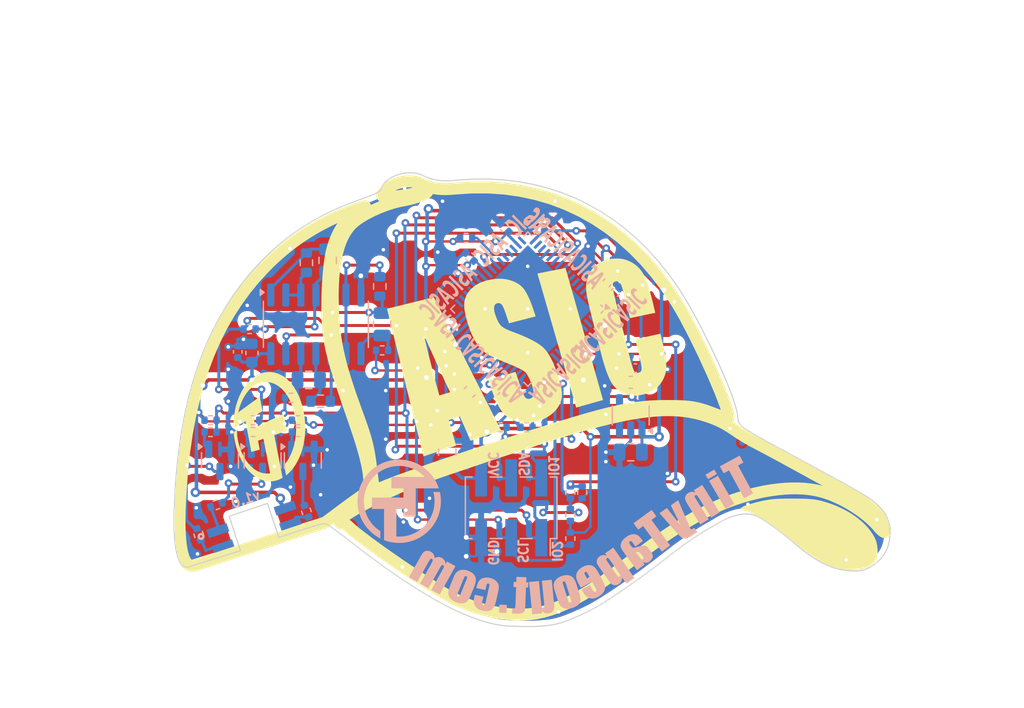
<source format=kicad_pcb>
(kicad_pcb (version 20240108) (generator "pcbnew") (generator_version "8.0")
  (title_block (title "Blikencap Simple Add-on") (date "2024-10-08") (rev "1.0") (company "Psychogenic Technologies") (comment 1 "(C) 2024 Pat Deegan"))
  (layers (0 "F.Cu" signal) (31 "B.Cu" signal) (34 "B.Paste" user) (35 "F.Paste" user) (36 "B.SilkS" user "B.Silkscreen") (37 "F.SilkS" user "F.Silkscreen") (38 "B.Mask" user) (39 "F.Mask" user) (44 "Edge.Cuts" user))
  (net 0 "")
  (net 1 "GND")
  (net 2 "+3V3")
  (net 3 "+1V8")
  (net 4 "/caravel_reset")
  (net 5 "/GPIO2")
  (net 6 "/SCL")
  (net 7 "/SDA")
  (net 8 "/GPIO1")
  (net 9 "Net-(Q1-G)")
  (net 10 "Net-(Q2-G)")
  (net 11 "Net-(Q3-G)")
  (net 12 "/~{p_rst}")
  (net 13 "/p_clk")
  (net 14 "Net-(U2-clock)")
  (net 24 "/in0")
  (net 52 "Net-(C17-Pad2)")
  (net 53 "Net-(C17-Pad1)")
  (net 54 "Net-(C18-Pad1)")
  (net 55 "Net-(C18-Pad2)")
  (net 56 "Net-(C19-Pad1)")
  (net 57 "Net-(C19-Pad2)")
  (net 58 "Net-(D1-Pad1)")
  (net 59 "Net-(D1-Pad3)")
  (net 60 "Net-(D1-Pad4)")
  (net 61 "/~{ctrl_rst}")
  (net 62 "/ctrl_inc")
  (net 63 "/ctrl_ena")
  (net 64 "/led_red")
  (net 65 "/led_green")
  (net 66 "/led_blue")
  (net 67 "/drain_red")
  (net 68 "/drain_green")
  (net 69 "/drain_blue")
  (net 70 "Net-(R16-Pad1)")
  (net 71 "Net-(R22-Pad1)")
  (net 72 "Net-(R24-Pad1)")
  (footprint "flyingcarsfootprints:StitchingVia-0.3mm" (layer "F.Cu") (at 53.85 55.8)
    (property "Reference" "STITCH12" (hide yes))
    (property "Value" "StitchingVia-0.3mm" (hide yes))
  )
  (footprint "flyingcarsfootprints:StitchingVia-0.3mm" (layer "F.Cu") (at 45.5 51.7)
    (property "Reference" "STITCH24" (hide yes))
    (property "Value" "StitchingVia-0.3mm" (hide yes))
  )
  (footprint "flyingcarsfootprints:StitchingVia-0.3mm" (layer "F.Cu") (at 65.9 54.5)
    (property "Reference" "STITCH10" (hide yes))
    (property "Value" "StitchingVia-0.3mm" (hide yes))
  )
  (footprint "flyingcarsfootprints:StitchingVia-0.3mm" (layer "F.Cu") (at 60.2 65.7)
    (property "Reference" "STITCH2" (hide yes))
    (property "Value" "StitchingVia-0.3mm" (hide yes))
  )
  (footprint "flyingcarsfootprints:StitchingVia-0.3mm" (layer "F.Cu") (at 62.5 59.9)
    (property "Reference" "STITCH21" (hide yes))
    (property "Value" "StitchingVia-0.3mm" (hide yes))
  )
  (footprint "flyingcarsfootprints:StitchingVia-0.3mm" (layer "F.Cu") (at 67.2 43.9)
    (property "Reference" "STITCH1" (hide yes))
    (property "Value" "StitchingVia-0.3mm" (hide yes))
  )
  (footprint "flyingcarsfootprints:StitchingVia-0.3mm" (layer "F.Cu") (at 45.5 49)
    (property "Reference" "STITCH11" (hide yes))
    (property "Value" "StitchingVia-0.3mm" (hide yes))
  )
  (footprint "flyingcarsfootprints:StitchingVia-0.3mm" (layer "F.Cu") (at 89.4 60.4)
    (property "Reference" "STITCH18" (hide yes))
    (property "Value" "StitchingVia-0.3mm" (hide yes))
  )
  (footprint "flyingcarsfootprints:StitchingVia-0.3mm" (layer "F.Cu") (at 100.3 61.7)
    (property "Reference" "STITCH17" (hide yes))
    (property "Value" "StitchingVia-0.3mm" (hide yes))
  )
  (footprint "flyingcarsfootprints:StitchingVia-0.3mm" (layer "F.Cu") (at 73.4 69.5)
    (property "Reference" "STITCH19" (hide yes))
    (property "Value" "StitchingVia-0.3mm" (hide yes))
  )
  (footprint "flyingcarsfootprints:StitchingVia-0.3mm" (layer "F.Cu") (at 60.4 33.7)
    (property "Reference" "STITCH14" (hide yes))
    (property "Value" "StitchingVia-0.3mm" (hide yes))
  )
  (footprint "flyingcarsfootprints:StitchingVia-0.3mm" (layer "F.Cu") (at 50.7 38.8)
    (property "Reference" "STITCH23" (hide yes))
    (property "Value" "StitchingVia-0.3mm" (hide yes))
  )
  (footprint "flyingcarsfootprints:StitchingVia-0.3mm" (layer "F.Cu") (at 55.2 50.8)
    (property "Reference" "STITCH12" (hide yes))
    (property "Value" "StitchingVia-0.3mm" (hide yes))
  )
  (footprint "flyingcarsfootprints:StitchingVia-0.3mm" (layer "F.Cu") (at 97.7 65.1)
    (property "Reference" "STITCH16" (hide yes))
    (property "Value" "StitchingVia-0.3mm" (hide yes))
  )
  (footprint "flyingcarsfootprints:StitchingVia-0.3mm" (layer "F.Cu") (at 71.8 52.1)
    (property "Reference" "STITCH21" (hide yes))
    (property "Value" "StitchingVia-0.3mm" (hide yes))
  )
  (footprint "flyingcarsfootprints:StitchingVia-0.3mm" (layer "F.Cu") (at 47.1 43.6)
    (property "Reference" "STITCH6" (hide yes))
    (property "Value" "StitchingVia-0.3mm" (hide yes))
  )
  (footprint "flyingcarsfootprints:StitchingVia-0.3mm" (layer "F.Cu") (at 77.4 52.8)
    (property "Reference" "STITCH21" (hide yes))
    (property "Value" "StitchingVia-0.3mm" (hide yes))
  )
  (footprint "flyingcarsfootprints:StitchingVia-0.3mm" (layer "F.Cu") (at 73.1 34.8)
    (property "Reference" "STITCH22" (hide yes))
    (property "Value" "StitchingVia-0.3mm" (hide yes))
  )
  (footprint "flyingcarsfootprints:StitchingVia-0.3mm" (layer "F.Cu") (at 83.2 43.3)
    (property "Reference" "STITCH21" (hide yes))
    (property "Value" "StitchingVia-0.3mm" (hide yes))
  )
  (footprint "flyingcarsfootprints:StitchingVia-0.3mm" (layer "F.Cu") (at 74.4 43.9)
    (property "Reference" "STITCH1" (hide yes))
    (property "Value" "StitchingVia-0.3mm" (hide yes))
  )
  (footprint "flyingcarsfootprints:StitchingVia-0.3mm" (layer "F.Cu") (at 42.8 60.7)
    (property "Reference" "STITCH25" (hide yes))
    (property "Value" "StitchingVia-0.3mm" (hide yes))
  )
  (footprint "psychogenic:asic_capsilk_2" (layer "F.Cu") (at 69.1 59.4)
    (property "Reference" "ASICCAP_SILK" (hide yes))
    (property "Value" "asic_capsilk_2" (hide yes))
  )
  (footprint "flyingcarsfootprints:StitchingVia-0.3mm" (layer "F.Cu") (at 70.8 40.3)
    (property "Reference" "STITCH1" (hide yes))
    (property "Value" "StitchingVia-0.3mm" (hide yes))
  )
  (footprint "flyingcarsfootprints:StitchingVia-0.3mm" (layer "F.Cu") (at 50.75 58.95)
    (property "Reference" "STITCH13" (hide yes))
    (property "Value" "StitchingVia-0.3mm" (hide yes))
  )
  (footprint "flyingcarsfootprints:StitchingVia-0.3mm" (layer "F.Cu") (at 42.9 64.6)
    (property "Reference" "STITCH20" (hide yes))
    (property "Value" "StitchingVia-0.3mm" (hide yes))
  )
  (footprint "flyingcarsfootprints:StitchingVia-0.3mm" (layer "F.Cu") (at 58.6 38.9)
    (property "Reference" "STITCH1" (hide yes))
    (property "Value" "StitchingVia-0.3mm" (hide yes))
  )
  (footprint "flyingcarsfootprints:StitchingVia-0.3mm" (layer "F.Cu") (at 58.8 50.8)
    (property "Reference" "STITCH12" (hide yes))
    (property "Value" "StitchingVia-0.3mm" (hide yes))
  )
  (footprint "psychogenic:asic_capoutline_cutout" (layer "F.Cu") (at 68.6 59.1)
    (property "Reference" "CAPOUTLINE*" (hide yes))
    (property "Value" "CAPOUTLINE" (hide yes))
    (fp_poly (pts (xy -7.6 -26.7) (xy -7.470628 -26.691246) (xy -7.34289 -26.676742) (xy -7.217199 -26.656372) (xy -7.093969 -26.630021) (xy -6.973614 -26.597571) (xy -6.856548 -26.558908) (xy -6.743185 -26.513916) (xy -6.633939 -26.462478) (xy -6.487017 -26.390964) (xy -6.338935 -26.326125) (xy -6.189094 -26.267879) (xy -6.036892 -26.216141) (xy -5.881731 -26.17083) (xy -5.723011 -26.131863) (xy -5.560132 -26.099157) (xy -5.392495 -26.07263) (xy -5.219499 -26.052199) (xy -5.040545 -26.037781) (xy -4.855033 -26.029294) (xy -4.662364 -26.026654) (xy -4.461937 -26.02978) (xy -4.253153 -26.038588) (xy -4.035413 -26.052996) (xy -3.808116 -26.072921) (xy -2.470099 -26.163955) (xy -1.154913 -26.174333) (xy 0.135995 -26.104693) (xy 1.401176 -25.955672) (xy 2.639183 -25.727909) (xy 3.848567 -25.422041) (xy 5.027881 -25.038706) (xy 6.175675 -24.578542) (xy 7.290504 -24.042186) (xy 8.370917 -23.430276) (xy 9.415468 -22.74345) (xy 10.422708 -21.982347) (xy 11.391189 -21.147602) (xy 12.319463 -20.239855) (xy 13.206083 -19.259743) (xy 14.0496 -18.207904) (xy 14.440146 -17.678526) (xy 14.81012 -17.150086) (xy 15.166732 -16.61068) (xy 15.517188 -16.048401) (xy 15.868696 -15.451345) (xy 16.228466 -14.807608) (xy 16.603704 -14.105283) (xy 17.001619 -13.332465) (xy 17.621638 -12.084849) (xy 18.178486 -10.914125) (xy 18.667647 -9.831369) (xy 19.084606 -8.847659) (xy 19.424848 -7.97407) (xy 19.683859 -7.221679) (xy 19.857123 -6.601563) (xy 19.910189 -6.344569) (xy 19.940126 -6.124797) (xy 19.953819 -5.973313) (xy 19.961452 -5.90412) (xy 19.970938 -5.838368) (xy 19.983274 -5.775362) (xy 19.999457 -5.714407) (xy 20.020484 -5.65481) (xy 20.047351 -5.595875) (xy 20.081055 -5.536909) (xy 20.122593 -5.477217) (xy 20.172963 -5.416104) (xy 20.233159 -5.352876) (xy 20.304181 -5.286839) (xy 20.387023 -5.217298) (xy 20.482684 -5.143559) (xy 20.592159 -5.064927) (xy 20.716446 -4.980708) (xy 20.856541 -4.890208) (xy 21.013442 -4.792732) (xy 21.188144 -4.687585) (xy 21.381646 -4.574074) (xy 21.594943 -4.451504) (xy 22.084911 -4.176408) (xy 22.666023 -3.856743) (xy 23.346253 -3.486952) (xy 25.035966 -2.574775) (xy 28.863866 -0.491282) (xy 30.010962 0.155291) (xy 30.780758 0.614448) (xy 31.273709 0.943214) (xy 31.590267 1.198614) (xy 32.096017 1.717416) (xy 32.159914 1.786137) (xy 32.220368 1.857456) (xy 32.27744 1.931223) (xy 32.33119 2.00729) (xy 32.428972 2.16573) (xy 32.514205 2.331587) (xy 32.587379 2.503673) (xy 32.648984 2.680798) (xy 32.699511 2.861773) (xy 32.73945 3.045411) (xy 32.76929 3.230521) (xy 32.789523 3.415917) (xy 32.800639 3.600408) (xy 32.803127 3.782805) (xy 32.797478 3.961921) (xy 32.784182 4.136567) (xy 32.76373 4.305553) (xy 32.736611 4.467691) (xy 32.697034 4.645372) (xy 32.648743 4.813948) (xy 32.592804 4.973475) (xy 32.530281 5.124007) (xy 32.46224 5.265601) (xy 32.389745 5.398312) (xy 32.313862 5.522195) (xy 32.235655 5.637305) (xy 32.156189 5.743698) (xy 32.076529 5.84143) (xy 31.997741 5.930555) (xy 31.920888 6.01113) (xy 31.847037 6.083209) (xy 31.777251 6.146848) (xy 31.654138 6.249028) (xy 31.499945 6.365723) (xy 31.351065 6.471098) (xy 31.205825 6.565339) (xy 31.062556 6.648634) (xy 30.919585 6.721168) (xy 30.77524 6.783128) (xy 30.62785 6.834699) (xy 30.552491 6.856647) (xy 30.475744 6.876068) (xy 30.3974 6.892985) (xy 30.317251 6.907421) (xy 30.150697 6.928944) (xy 29.974413 6.940824) (xy 29.786727 6.943246) (xy 29.585967 6.936397) (xy 29.370461 6.920463) (xy 29.138539 6.89563) (xy 28.888528 6.862084) (xy 28.694515 6.829731) (xy 28.50289 6.789845) (xy 28.12705 6.689124) (xy 27.761491 6.563214) (xy 27.406699 6.415411) (xy 27.063159 6.249007) (xy 26.731356 6.067297) (xy 26.411775 5.873576) (xy 26.1049 5.671136) (xy 25.811217 5.463273) (xy 25.531211 5.253281) (xy 25.014168 4.840082) (xy 24.16554 4.133069) (xy 23.692932 3.758383) (xy 23.23603 3.406807) (xy 22.798308 3.084861) (xy 22.383238 2.799067) (xy 22.185283 2.671764) (xy 21.994295 2.555946) (xy 21.810706 2.452426) (xy 21.634952 2.362019) (xy 21.467466 2.285542) (xy 21.308682 2.223809) (xy 21.159036 2.177635) (xy 21.01896 2.147836) (xy 20.916745 2.134436) (xy 20.811269 2.125932) (xy 20.702739 2.122254) (xy 20.591363 2.123335) (xy 20.477346 2.129104) (xy 20.360896 2.139492) (xy 20.24222 2.15443) (xy 20.121525 2.173848) (xy 19.999018 2.197678) (xy 19.874905 2.225849) (xy 19.749394 2.258293) (xy 19.622692 2.29494) (xy 19.495006 2.335721) (xy 19.366542 2.380567) (xy 19.237507 2.429408) (xy 19.10811 2.482175) (xy 18.967264 2.54322) (xy 18.836206 2.602975) (xy 18.714437 2.66128) (xy 18.60146 2.717973) (xy 18.399898 2.825871) (xy 18.227544 2.925373) (xy 17.954557 3.094008) (xy 17.845974 3.160549) (xy 17.750695 3.21351) (xy 17.430061 3.389256) (xy 17.040719 3.623367) (xy 16.600369 3.903853) (xy 16.126712 4.218728) (xy 15.637447 4.556004) (xy 15.150274 4.903694) (xy 14.682894 5.24981) (xy 14.253007 5.582364) (xy 13.23219 6.377147) (xy 12.216411 7.139377) (xy 11.229127 7.854896) (xy 10.293797 8.509547) (xy 9.43388 9.089172) (xy 8.672835 9.579615) (xy 8.034119 9.966717) (xy 7.541192 10.236322) (xy 7.160214 10.423134) (xy 6.926684 10.533976) (xy 6.669625 10.652696) (xy 6.392911 10.776486) (xy 6.100417 10.902536) (xy 5.796016 11.028036) (xy 5.483583 11.150178) (xy 5.283892 11.222595) (xy 5.091065 11.28619) (xy 4.905026 11.341612) (xy 4.725697 11.38951) (xy 4.553002 11.430535) (xy 4.386863 11.465336) (xy 4.227203 11.494564) (xy 4.073945 11.518867) (xy 3.786327 11.555299) (xy 3.523393 11.57983) (xy 3.069108 11.613984) (xy 2.809102 11.627413) (xy 2.44713 11.634127) (xy 2.015897 11.634217) (xy 1.548104 11.627772) (xy 1.076454 11.614881) (xy 0.63365 11.595635) (xy 0.252394 11.570123) (xy -0.03461 11.538434) (xy -0.034606 11.538423) (xy -0.630889 11.428687) (xy -1.249827 11.276679) (xy -1.892388 11.081861) (xy -2.559538 10.843694) (xy -3.252247 10.561638) (xy -3.97148 10.235156) (xy -4.718207 9.863707) (xy -5.493394 9.446754) (xy -6.298009 8.983757) (xy -7.133019 8.474178) (xy -7.999392 7.917477) (xy -8.898096 7.313116) (xy -9.830099 6.660556) (xy -10.796367 5.959257) (xy -11.797868 5.208682) (xy -12.83557 4.408292) (xy -13.473344 3.917323) (xy -14.04499 3.49102) (xy -14.286487 3.316404) (xy -14.48802 3.175095) (xy -14.641777 3.072808) (xy -14.739947 3.015256) (xy -14.769718 3.00102) (xy -14.799273 2.98819) (xy -14.829628 2.977057) (xy -14.861798 2.967911) (xy -14.8968 2.961042) (xy -14.935648 2.956742) (xy -14.979358 2.9553) (xy -15.028946 2.957007) (xy -15.085427 2.962153) (xy -15.149817 2.97103) (xy -15.223132 2.983928) (xy -15.306387 3.001136) (xy -15.400597 3.022946) (xy -15.506779 3.049647) (xy -15.625948 3.081532) (xy -15.759119 3.118889) (xy -15.907308 3.16201) (xy -16.07153 3.211184) (xy -16.252802 3.266703) (xy -16.452138 3.328858) (xy -16.909068 3.474232) (xy -17.450443 3.649633) (xy -18.084389 3.857383) (xy -18.81903 4.099806) (xy -19.79 1.23) (xy -23.024049 2.314845) (xy -22.06902 5.224835) (xy -26.578725 6.631001) (xy -26.658876 6.626246) (xy -26.736093 6.610039) (xy -26.810365 6.582422) (xy -26.881681 6.543436) (xy -26.950032 6.493122) (xy -27.015407 6.43152) (xy -27.077795 6.358672) (xy -27.137186 6.274619) (xy -27.193569 6.179403) (xy -27.246935 6.073063) (xy -27.297272 5.955641) (xy -27.344571 5.827179) (xy -27.38882 5.687717) (xy -27.430009 5.537296) (xy -27.468128 5.375958) (xy -27.503166 5.203744) (xy -27.535113 5.020694) (xy -27.563959 4.826849) (xy -27.589693 4.622251) (xy -27.612304 4.406942) (xy -27.631782 4.180961) (xy -27.648117 3.944349) (xy -27.661298 3.697149) (xy -27.671315 3.439401) (xy -27.681814 2.892426) (xy -27.679531 2.303752) (xy -27.664381 1.673707) (xy -27.582153 -0.050674) (xy -27.451816 -1.713686) (xy -27.272968 -3.316474) (xy -27.045208 -4.860187) (xy -26.768133 -6.345972) (xy -26.441341 -7.774976) (xy -26.06443 -9.148347) (xy -25.636998 -10.467232) (xy -25.158642 -11.732779) (xy -24.628962 -12.946136) (xy -24.047554 -14.108449) (xy -23.414016 -15.220867) (xy -22.727947 -16.284536) (xy -21.988945 -17.300604) (xy -21.196606 -18.270219) (xy -20.35053 -19.194528) (xy -19.919381 -19.628093) (xy -19.481762 -20.04436) (xy -19.036843 -20.443855) (xy -18.583791 -20.827106) (xy -18.121775 -21.194638) (xy -17.649963 -21.546979) (xy -17.167523 -21.884655) (xy -16.673625 -22.208193) (xy -16.167436 -22.51812) (xy -15.648125 -22.814962) (xy -15.114861 -23.099247) (xy -14.566811 -23.371502) (xy -14.003144 -23.632252) (xy -13.423029 -23.882024) (xy -12.825634 -24.121347) (xy -12.210128 -24.350745) (xy -11.626583 -24.56257) (xy -11.171879 -24.734449) (xy -10.987091 -24.808532) (xy -10.827613 -24.876375) (xy -10.691145 -24.939229) (xy -10.575386 -24.998342) (xy -10.478036 -25.054964) (xy -10.396796 -25.110343) (xy -10.329365 -25.165729) (xy -10.273442 -25.222371) (xy -10.226729 -25.281519) (xy -10.186925 -25.344421) (xy -10.151729 -25.412327) (xy -10.118842 -25.486485) (xy -10.074434 -25.580956) (xy -10.021726 -25.672459) (xy -9.961132 -25.760878) (xy -9.893066 -25.846097) (xy -9.817941 -25.928) (xy -9.736173 -26.006472) (xy -9.648174 -26.081395) (xy -9.554359 -26.152656) (xy -9.455141 -26.220137) (xy -9.350935 -26.283723) (xy -9.242153 -26.343297) (xy -9.129211 -26.398744) (xy -9.012521 -26.449949) (xy -8.892499 -26.496794) (xy -8.769557 -26.539164) (xy -8.644109 -26.576944) (xy -8.51657 -26.610016) (xy -8.387353 -26.638266) (xy -8.256873 -26.661578) (xy -8.125543 -26.679835) (xy -7.993776 -26.692922) (xy -7.861988 -26.700722) (xy -7.730591 -26.70312)) (stroke (width 0.1)) (fill none) (layer "Edge.Cuts"))
  )
  (footprint "flyingcarsfootprints:StitchingVia-0.3mm" (layer "F.Cu") (at 70.8 47.6)
    (property "Reference" "STITCH1" (hide yes))
    (property "Value" "StitchingVia-0.3mm" (hide yes))
  )
  (footprint "flyingcarsfootprints:StitchingVia-0.3mm" (layer "F.Cu") (at 58.8 54.9)
    (property "Reference" "STITCH4" (hide yes))
    (property "Value" "StitchingVia-0.3mm" (hide yes))
  )
  (footprint "flyingcarsfootprints:StitchingVia-0.3mm" (layer "F.Cu") (at 82.6 49)
    (property "Reference" "STITCH15" (hide yes))
    (property "Value" "StitchingVia-0.3mm" (hide yes))
  )
  (footprint "flyingcarsfootprints:StitchingVia-0.3mm" (layer "F.Cu") (at 64.6 49.4)
    (property "Reference" "STITCH3" (hide yes))
    (property "Value" "StitchingVia-0.3mm" (hide yes))
  )
  (footprint "flyingcarsfootprints:StitchingVia-0.3mm" (layer "F.Cu") (at 60.3 61.9)
    (property "Reference" "STITCH5" (hide yes))
    (property "Value" "StitchingVia-0.3mm" (hide yes))
  )
  (footprint "flyingcarsfootprints:StitchingVia-0.3mm" (layer "F.Cu") (at 70.8 43.9)
    (property "Reference" "STITCH1" (hide yes))
    (property "Value" "StitchingVia-0.3mm" (hide yes))
  )
  (footprint "flyingcarsfootprints:StitchingVia-0.3mm" (layer "F.Cu") (at 63.2 39.1)
    (property "Reference" "STITCH7" (hide yes))
    (property "Value" "StitchingVia-0.3mm" (hide yes))
  )
  (footprint "flyingcarsfootprints:StitchingVia-0.3mm" (layer "F.Cu") (at 82.6 57.8)
    (property "Reference" "STITCH9" (hide yes))
    (property "Value" "StitchingVia-0.3mm" (hide yes))
  )
  (footprint "flyingcarsfootprints:StitchingVia-0.3mm" (layer "F.Cu") (at 53.3 59.6)
    (property "Reference" "STITCH13" (hide yes))
    (property "Value" "StitchingVia-0.3mm" (hide yes))
  )
  (footprint "flyingcarsfootprints:StitchingVia-0.3mm" (layer "F.Cu") (at 62.6 53.7)
    (property "Reference" "STITCH10" (hide yes))
    (property "Value" "StitchingVia-0.3mm" (hide yes))
  )
  (footprint "flyingcarsfootprints:StitchingVia-0.3mm" (layer "F.Cu") (at 63.6 34.8)
    (property "Reference" "STITCH8" (hide yes))
    (property "Value" "StitchingVia-0.3mm" (hide yes))
  )
  (footprint "flyingcarsfootprints:StitchingVia-0.3mm" (layer "F.Cu") (at 87.9 54)
    (property "Reference" "STITCH21" (hide yes))
    (property "Value" "StitchingVia-0.3mm" (hide yes))
  )
  (footprint "Package_DFN_QFN:QFN-64-1EP_9x9mm_P0.5mm_EP7.65x7.65mm" (layer "B.Cu") (at 70.809188 43.915938 135)
    (property "Reference" "U2" (hide yes))
    (property "Value" "Caravel_QFN_TT4")
  )
  (footprint "Fiducial:Fiducial_0.5mm_Mask1mm" (layer "B.Cu") (at 55.9 62.2 180)
    (property "Reference" "FID3" (hide yes))
    (property "Value" "Fiducial")
  )
  (footprint "Resistor_SMD:R_0603_1608Metric" (layer "B.Cu") (at 53.3 51.7 180)
    (property "Reference" "R24" (hide yes))
    (property "Value" "R_1M_0603")
  )
  (footprint "NetTie:NetTie-2_SMD_Pad0.5mm" (layer "B.Cu") (at 70.9 57.7 90)
    (property "Reference" "NT1" (hide yes))
    (property "Value" "NetTie_2" (hide yes))
  )
  (footprint "Resistor_SMD:R_0402_1005Metric" (layer "B.Cu") (at 51.385 54.3 180)
    (property "Reference" "R15" (hide yes))
    (property "Value" "R_22R_0402")
  )
  (footprint "NetTie:NetTie-2_SMD_Pad0.5mm" (layer "B.Cu") (at 70.9 62.5 90)
    (property "Reference" "NT6" (hide yes))
    (property "Value" "NetTie_2" (hide yes))
  )
  (footprint "Fiducial:Fiducial_0.5mm_Mask1mm" (layer "B.Cu") (at 88.9 55.2 180)
    (property "Reference" "FID1" (hide yes))
    (property "Value" "Fiducial")
  )
  (footprint "Capacitor_SMD:C_0805_2012Metric" (layer "B.Cu") (at 52.3 49.9)
    (property "Reference" "C19" (hide yes))
    (property "Value" "C_470n_0603_50V")
  )
  (footprint "Resistor_SMD:R_0402_1005Metric" (layer "B.Cu") (at 65.6 37.9 180)
    (property "Reference" "R17" (hide yes))
    (property "Value" "R_0R_0402")
  )
  (footprint "Resistor_SMD:R_0603_1608Metric" (layer "B.Cu") (at 58.3 42 -90)
    (property "Reference" "R22" (hide yes))
    (property "Value" "R_1M_0603")
  )
  (footprint "NetTie:NetTie-2_SMD_Pad0.5mm" (layer "B.Cu") (at 71.7 56.1)
    (property "Reference" "NT5" (hide yes))
    (property "Value" "NetTie_2" (hide yes))
  )
  (footprint "Capacitor_SMD:C_0805_2012Metric" (layer "B.Cu") (at 58.5 45.2 90)
    (property "Reference" "C18" (hide yes))
    (property "Value" "C_470n_0603_50V")
  )
  (footprint "Capacitor_SMD:C_0402_1005Metric" (layer "B.Cu") (at 68.839411 37.039411 -45)
    (property "Reference" "C13" (hide yes))
    (property "Value" "100nF")
  )
  (footprint "Resistor_SMD:R_0402_1005Metric" (layer "B.Cu") (at 75.4 59.4 90)
    (property "Reference" "R1" (hide yes))
    (property "Value" "R_0R_0402")
  )
  (footprint "NetTie:NetTie-2_SMD_Pad0.5mm" (layer "B.Cu") (at 68.4 57.7 90)
    (property "Reference" "NT4" (hide yes))
    (property "Value" "NetTie_2" (hide yes))
  )
  (footprint "Capacitor_SMD:C_0805_2012Metric" (layer "B.Cu") (at 79.5 56 180)
    (property "Reference" "C1" (hide yes))
    (property "Value" "10uF")
  )
  (footprint "Resistor_SMD:R_0402_1005Metric" (layer "B.Cu") (at 47.6 54.3 180)
    (property "Reference" "R9" (hide yes))
    (property "Value" "R_22R_0402")
  )
  (footprint "Package_SO:SOIC-14_3.9x8.7mm_P1.27mm" (layer "B.Cu") (at 52.9 45.2 -90)
    (property "Reference" "U3" (hide yes))
    (property "Value" "SN74HC14DR")
  )
  (footprint "Resistor_SMD:R_0603_1608Metric" (layer "B.Cu") (at 52.1 40 90)
    (property "Reference" "R16" (hide yes))
    (property "Value" "R_1M_0603")
  )
  (footprint "Resistor_SMD:R_0402_1005Metric" (layer "B.Cu") (at 50.8 51.4 180)
    (property "Reference" "R23" (hide yes))
    (property "Value" "R_1k_0402")
  )
  (footprint "Capacitor_SMD:C_0805_2012Metric" (layer "B.Cu") (at 53.9 39.8 90)
    (property "Reference" "C17" (hide yes))
    (property "Value" "C_470n_0603_50V")
  )
  (footprint "Package_TO_SOT_SMD:SOT-23" (layer "B.Cu") (at 48.4 56.7 -90)
    (property "Reference" "Q1" (hide yes))
    (property "Value" "DMN2005K")
  )
  (footprint "Fiducial:Fiducial_0.5mm_Mask1mm" (layer "B.Cu") (at 55.9 36.2 180)
    (property "Reference" "FID2" (hide yes))
    (property "Value" "Fiducial")
  )
  (footprint "Connector_PinHeader_2.54mm:PinHeader_2x03_P2.54mm_Vertical_SMD" (layer "B.Cu") (at 69.4 60.7 90)
    (property "Reference" "J1" (hide yes))
    (property "Value" "Conn_02x03_Odd_Even")
  )
  (footprint "Package_TO_SOT_SMD:SOT-23" (layer "B.Cu") (at 51.8 56.7 -90)
    (property "Reference" "Q3" (hide yes))
    (property "Value" "DMN2005K")
  )
  (footprint "Package_TO_SOT_SMD:SOT-23" (layer "B.Cu") (at 44.8 56.7 -90)
    (property "Reference" "Q2" (hide yes))
    (property "Value" "DMN2005K")
  )
  (footprint "Capacitor_SMD:C_0402_1005Metric" (layer "B.Cu") (at 69.1 51.4 45)
    (property "Reference" "C11" (hide yes))
    (property "Value" "100nF")
  )
  (footprint "Capacitor_SMD:C_0805_2012Metric" (layer "B.Cu") (at 64 56 90)
    (property "Reference" "C4" (hide yes))
    (property "Value" "10uF")
  )
  (footprint "Package_TO_SOT_SMD:SOT-23-5" (layer "B.Cu") (at 79.5 52.9 90)
    (property "Reference" "U1" (hide yes))
    (property "Value" "AP2112K-1.8")
  )
  (footprint "Capacitor_SMD:C_0402_1005Metric" (layer "B.Cu") (at 46.3 47.525 90)
    (property "Reference" "C16" (hide yes))
    (property "Value" "100nF")
  )
  (footprint "Capacitor_SMD:C_0402_1005Metric" (layer "B.Cu") (at 79.9 48.9 180)
    (property "Reference" "C3" (hide yes))
    (property "Value" "100nF")
  )
  (footprint "NetTie:NetTie-2_SMD_Pad0.5mm" (layer "B.Cu") (at 68.4 62.6 90)
    (property "Reference" "NT7" (hide yes))
    (property "Value" "NetTie_2" (hide yes))
  )
  (footprint "Resistor_SMD:R_0402_1005Metric" (layer "B.Cu") (at 70.7 53.9 180)
    (property "Reference" "R6" (hide yes))
    (property "Value" "R_0R_0402")
  )
  (footprint "NetTie:NetTie-2_SMD_Pad0.5mm" (layer "B.Cu") (at 73.3 64.5 90)
    (property "Reference" "NT3" (hide yes))
    (property "Value" "NetTie_2" (hide yes))
  )
  (footprint "Capacitor_SMD:C_0402_1005Metric" (layer "B.Cu") (at 64.239411 46.260589 45)
    (property "Reference" "C10" (hide yes))
    (property "Value" "100nF")
  )
  (footprint "NetTie:NetTie-2_SMD_Pad0.5mm" (layer "B.Cu") (at 71.9 60.3)
    (property "Reference" "NT2" (hide yes))
    (property "Value" "NetTie_2" (hide yes))
  )
  (footprint "Capacitor_SMD:C_0603_1608Metric" (layer "B.Cu") (at 65.9 50.9 -135)
    (property "Reference" "C14" (hide yes))
    (property "Value" "1uF")
  )
  (footprint "Resistor_SMD:R_0402_1005Metric" (layer "B.Cu") (at 47.6 53.3)
    (property "Reference" "R8" (hide yes))
    (property "Value" "R_10k_0402")
  )
  (footprint "Capacitor_SMD:C_0402_1005Metric" (layer "B.Cu") (at 65.9 39.5 -45)
    (property "Reference" "C12" (hide yes))
    (property "Value" "100nF")
  )
  (footprint "Logos:TT_logo" (layer "B.Cu") (at 59.9 60.2 180)
    (property "Reference" "REF**" (hide yes))
    (property "Value" "TT_logo")
  )
  (footprint "Capacitor_SMD:C_0402_1005Metric" (layer "B.Cu") (at 78.2 42.5 -135)
    (property "Reference" "C8" (hide yes))
    (property "Value" "100nF")
  )
  (footprint "Resistor_SMD:R_0402_1005Metric" (layer "B.Cu") (at 47.3 45.6 180)
    (property "Reference" "R20" (hide yes))
    (property "Value" "R_1k_0402")
  )
  (footprint "Resistor_SMD:R_0402_1005Metric" (layer "B.Cu") (at 52.1 61 108.8)
    (property "Reference" "R10" (hide yes))
    (property "Value" "R_412_0402")
  )
  (footprint "psysnapeda:LED_T36K3BGR-05D000121U1930" (layer "B.Cu") (at 47.69 62.36 18.5)
    (property "Reference" "D1" (hide yes))
    (property "Value" "T36K3BGR-05D000121U1930")
  )
  (footprint "Resistor_SMD:R_0402_1005Metric" (layer "B.Cu") (at 58.5 47.4 180)
    (property "Reference" "R21" (hide yes))
    (property "Value" "R_1k_0402")
  )
  (footprint "Capacitor_SMD:C_0402_1005Metric" (layer "B.Cu") (at 72.6 36.9 -135)
    (property "Reference" "C5" (hide yes))
    (property "Value" "100nF")
  )
  (footprint "psychogenic:asichat_tttext" (layer "B.Cu") (at 75.969396 72.457091 180)
    (property "Reference" "TTCurvyText" (hide yes))
    (property "Value" "asichat_tttext")
  )
  (footprint "Resistor_SMD:R_0402_1005Metric" (layer "B.Cu") (at 68.5 53.9)
    (property "Reference" "R3" (hide yes))
    (property "Value" "R_10k_0402")
  )
  (footprint "Capacitor_SMD:C_0402_1005Metric" (layer "B.Cu") (at 77.5 41.7 -135)
    (property "Reference" "C6" (hide yes))
    (property "Value" "100nF")
  )
  (footprint "Capacitor_SMD:C_0603_1608Metric" (layer "B.Cu") (at 79.5 50.1 180)
    (property "Reference" "C2" (hide yes))
    (property "Value" "1uF")
  )
  (footprint "Resistor_SMD:R_0402_1005Metric" (layer "B.Cu") (at 43 62.95 108.8)
    (property "Reference" "R13" (hide yes))
    (property "Value" "R_412_0402")
  )
  (footprint "Resistor_SMD:R_0402_1005Metric" (layer "B.Cu") (at 44.5 60.45 18.8)
    (property "Reference" "R7" (hide yes))
    (property "Value" "R_412_0402")
  )
  (footprint "Resistor_SMD:R_0402_1005Metric" (layer "B.Cu") (at 74.4 63.3 -90)
    (property "Reference" "R4" (hide yes))
    (property "Value" "R_10k_0402")
  )
  (footprint "Resistor_SMD:R_0402_1005Metric" (layer "B.Cu") (at 44 53.3)
    (property "Reference" "R11" (hide yes))
    (property "Value" "R_10k_0402")
  )
  (footprint "Resistor_SMD:R_0402_1005Metric" (layer "B.Cu") (at 51.385 53.3)
    (property "Reference" "R14" (hide yes))
    (property "Value" "R_10k_0402")
  )
  (footprint "Resistor_SMD:R_0402_1005Metric" (layer "B.Cu") (at 74.4 61.3 90)
    (property "Reference" "R5" (hide yes))
    (property "Value" "R_10k_0402")
  )
  (footprint "Resistor_SMD:R_0402_1005Metric" (layer "B.Cu") (at 74.4 59.4 -90)
    (property "Reference" "R2" (hide yes))
    (property "Value" "R_0R_0402")
  )
  (footprint "Capacitor_SMD:C_0402_1005Metric" (layer "B.Cu") (at 68.1 50.8 45)
    (property "Reference" "C7" (hide yes))
    (property "Value" "100nF")
  )
  (footprint "Capacitor_SMD:C_0402_1005Metric" (layer "B.Cu") (at 75.360589 48.560589 135)
    (property "Reference" "C9" (hide yes))
    (property "Value" "100nF")
  )
  (footprint "Capacitor_SMD:C_0603_1608Metric" (layer "B.Cu") (at 47.5 47.625 90)
    (property "Reference" "C15" (hide yes))
    (property "Value" "1uF")
  )
  (footprint "Resistor_SMD:R_0402_1005Metric" (layer "B.Cu") (at 44 54.3 180)
    (property "Reference" "R12" (hide yes))
    (property "Value" "R_22R_0402")
  )
  (gr_text "CASICASICA" (at 65.8 45.6 135) (layer "B.SilkS") (effects (font (size 1.6 0.77) (thickness 0.15) (bold yes)) (justify left bottom mirror)))
  (gr_text "GND" (at 67.4 63.3 270) (layer "B.SilkS") (effects (font (size 0.8 0.7) (thickness 0.175) (bold yes)) (justify right bottom mirror)))
  (gr_text "ASICASICA" (at 70.6 50.8 225) (layer "B.SilkS") (effects (font (size 1.6 0.77) (thickness 0.15) (bold yes)) (justify left bottom mirror)))
  (gr_text "SICASICASIC" (at 74.3 47.2 225) (layer "B.SilkS") (effects (font (size 1.6 0.77) (thickness 0.15) (bold yes)) (justify left bottom mirror)))
  (gr_text "ASIC" (at 69.4 38.6 45) (layer "B.SilkS") (effects (font (size 1.6 0.77) (thickness 0.15) (bold yes)) (justify left bottom mirror)))
  (gr_text "IO1" (at 72.5 58.1 270) (layer "B.SilkS") (effects (font (size 0.8 0.7) (thickness 0.175) (bold yes)) (justify left bottom mirror)))
  (gr_text "IO2" (at 72.8 63.4 270) (layer "B.SilkS") (effects (font (size 0.8 0.7) (thickness 0.175) (bold yes)) (justify right bottom mirror)))
  (gr_text "SCL" (at 69.9 63.3 270) (layer "B.SilkS") (effects (font (size 0.8 0.7) (thickness 0.175) (bold yes)) (justify right bottom mirror)))
  (gr_text "AS" (at 71.2 37.8 315) (layer "B.SilkS") (effects (font (size 1.6 0.77) (thickness 0.15) (bold yes)) (justify left bottom mirror)))
  (gr_text "v1.0" (at 48.4 59.98 18.5) (layer "B.SilkS") (effects (font (size 0.8 0.8) (thickness 0.16) (bold yes)) (justify left bottom mirror)))
  (gr_text "SDA" (at 70 58.1 270) (layer "B.SilkS") (effects (font (size 0.8 0.7) (thickness 0.175) (bold yes)) (justify left bottom mirror)))
  (gr_text "ASICASIC" (at 66.8 41.2 45) (layer "B.SilkS") (effects (font (size 1.6 0.77) (thickness 0.15) (bold yes)) (justify left bottom mirror)))
  (gr_text "ASI" (at 64 43.7 135) (layer "B.SilkS") (effects (font (size 1.6 0.77) (thickness 0.15) (bold yes)) (justify left bottom mirror)))
  (gr_text "ASICASICASIC" (at 76.1 42.5 315) (layer "B.SilkS") (effects (font (size 1.6 0.77) (thickness 0.15) (bold yes)) (justify left bottom mirror)))
  (gr_text "IC" (at 71 37.2 45) (layer "B.SilkS") (effects (font (size 1.6 0.77) (thickness 0.15) (bold yes)) (justify left bottom mirror)))
  (gr_text "VCC" (at 67.4 58.1 270) (layer "B.SilkS") (effects (font (size 0.8 0.7) (thickness 0.175) (bold yes)) (justify left bottom mirror)))
  (segment (start 45.545419 60.154581) (end 45 60.7) (width 0.25) (layer "F.Cu") (net 1))
  (segment (start 78 40.7) (end 78.4 40.7) (width 0.2) (layer "F.Cu") (net 1))
  (segment (start 45 60.7) (end 42.8 60.7) (width 0.25) (layer "F.Cu") (net 1))
  (segment (start 46.133239 60.154581) (end 45.545419 60.154581) (width 0.25) (layer "F.Cu") (net 1))
  (segment (start 77.4 56) (end 77.4 56.8) (width 0.25) (layer "F.Cu") (net 1))
  (segment (start 75.9 38.6) (end 78 40.7) (width 0.2) (layer "F.Cu") (net 1))
  (via (at 56.7 41.1) (size 0.8) (drill 0.4) (layers "F.Cu" "B.Cu") (net 1))
  (via (at 68.7 49.6) (size 0.65) (drill 0.3) (layers "F.Cu" "B.Cu") (net 1))
  (via (at 78.3 48.9) (size 0.65) (drill 0.3) (layers "F.Cu" "B.Cu") (net 1))
  (via (at 46.133239 60.154581) (size 0.62) (drill 0.3) (layers "F.Cu" "B.Cu") (net 1))
  (via (at 77.3 45.3) (size 0.8) (drill 0.4) (layers "F.Cu" "B.Cu") (net 1))
  (via (at 78.4 40.7) (size 0.65) (drill 0.3) (layers "F.Cu" "B.Cu") (net 1))
  (via (at 75.5 49.9) (size 0.8) (drill 0.4) (layers "F.Cu" "B.Cu") (net 1))
  (via (at 65.6 63.2) (size 0.8) (drill 0.4) (layers "F.Cu" "B.Cu") (net 1))
  (via (at 66.8 51.8) (size 0.65) (drill 0.3) (layers "F.Cu" "B.Cu") (net 1))
  (via (at 66.9 48) (size 0.65) (drill 0.3) (layers "F.Cu" "B.Cu") (net 1))
  (via (at 64.6 50.7) (size 0.65) (drill 0.3) (layers "F.Cu" "B.Cu") (net 1))
  (via (at 68.2 64.4) (size 0.8) (drill 0.4) (layers "F.Cu" "B.Cu") (net 1))
  (via (at 45.8 54.3) (size 0.65) (drill 0.3) (layers "F.Cu" "B.Cu") (net 1))
  (via (at 49.4 57.2) (size 0.65) (drill 0.3) (layers "F.Cu" "B.Cu") (net 1))
  (via (at 64.7 46.9) (size 0.8) (drill 0.4) (layers "F.Cu" "B.Cu") (net 1))
  (via (at 46.785642 46.465) (size 0.65) (drill 0.3) (layers "F.Cu" "B.Cu") (net 1))
  (via (at 64.9 40.9) (size 0.65) (drill 0.3) (layers "F.Cu" "B.Cu") (net 1))
  (via (at 65.6 64.8) (size 0.8) (drill 0.4) (layers "F.Cu" "B.Cu") (net 1))
  (via (at 45.7 57.2) (size 0.65) (drill 0.3) (layers "F.Cu" "B.Cu") (net 1))
  (via (at 75.9 38.6) (size 0.65) (drill 0.3) (layers "F.Cu" "B.Cu") (net 1))
  (via (at 49.3 54.3) (size 0.65) (drill 0.3) (layers "F.Cu" "B.Cu") (net 1))
  (via (at 63.8 47.5) (size 0.65) (drill 0.3) (layers "F.Cu" "B.Cu") (net 1))
  (via (at 77.3 50.4) (size 0.65) (drill 0.3) (layers "F.Cu" "B.Cu") (net 1))
  (via (at 77.4 56) (size 0.65) (drill 0.3) (layers "F.Cu" "B.Cu") (net 1))
  (via (at 52.7 57.1) (size 0.65) (drill 0.3) (layers "F.Cu" "B.Cu") (net 1))
  (via (at 45.5 47.1) (size 0.65) (drill 0.3) (layers "F.Cu" "B.Cu") (net 1))
  (via (at 77.4 56.8) (size 0.65) (drill 0.3) (layers "F.Cu" "B.Cu") (net 1))
  (segment (start 46.623031 58.923031) (end 46.75 59.05) (width 0.25) (layer "B.Cu") (net 1))
  (segment (start 66.025483 40.9) (end 64.9 40.9) (width 0.25) (layer "B.Cu") (net 1))
  (segment (start 75.7 48.9) (end 75.5 49.1) (width 0.25) (layer "B.Cu") (net 1))
  (segment (start 70.809188 43.562384) (end 70.809188 43.915938) (width 0.2) (layer "B.Cu") (net 1))
  (segment (start 73.425483 47.592893) (end 75.5 49.66741) (width 0.25) (layer "B.Cu") (net 1))
  (segment (start 45.7 57.2) (end 46.623031 58.123031) (width 0.25) (layer "B.Cu") (net 1))
  (segment (start 77.6 50.1) (end 77.3 50.4) (width 0.25) (layer "B.Cu") (net 1))
  (segment (start 73.779036 40.592536) (end 75.571572 38.8) (width 0.2) (layer "B.Cu") (net 1))
  (segment (start 49.35 55.7625) (end 49.35 57.15) (width 0.25) (layer "B.Cu") (net 1))
  (segment (start 65.625 63.225) (end 65.6 63.2) (width 0.2) (layer "B.Cu") (net 1))
  (segment (start 66.5 53) (end 65.9 53.6) (width 0.25) (layer "B.Cu") (net 1))
  (segment (start 49.35 55.7625) (end 49.35 54.35) (width 0.25) (layer "B.Cu") (net 1))
  (segment (start 52.75 57.05) (end 52.7 57.1) (width 0.25) (layer "B.Cu") (net 1))
  (segment (start 64.7 46.843146) (end 64.7 46.9) (width 0.25) (layer "B.Cu") (net 1))
  (segment (start 46.770642 46.45) (end 46.785642 46.465) (width 0.25) (layer "B.Cu") (net 1))
  (segment (start 69.253553 48.653553) (end 68.7 49.207106) (width 0.25) (layer "B.Cu") (net 1))
  (segment (start 68.7 49.207106) (end 68.7 49.6) (width 0.25) (layer "B.Cu") (net 1))
  (segment (start 67.5 53) (end 66.5 53) (width 0.25) (layer "B.Cu") (net 1))
  (segment (start 66 52.1) (end 66.2 52.1) (width 0.25) (layer "B.Cu") (net 1))
  (segment (start 66.2 52.1) (end 66.5 51.8) (width 0.25) (layer "B.Cu") (net 1))
  (segment (start 46.75 59.05) (end 46.75 59.53782) (width 0.25) (layer "B.Cu") (net 1))
  (segment (start 67.760589 51.139411) (end 67.460589 51.139411) (width 0.25) (layer "B.Cu") (net 1))
  (segment (start 52.75 55.7625) (end 52.75 57.05) (width 0.25) (layer "B.Cu") (net 1))
  (segment (start 77.839411 41.360589) (end 77.839411 41.260589) (width 0.25) (layer "B.Cu") (net 1))
  (segment (start 66.86 63.225) (end 66.86 64.34) (width 0.2) (layer "B.Cu") (net 1))
  (segment (start 66.225483 40.7) (end 66.025483 40.9) (width 0.25) (layer "B.Cu") (net 1))
  (segment (start 46.623031 58.123031) (end 46.623031 58.923031) (width 0.25) (layer "B.Cu") (net 1))
  (segment (start 67.837201 47.948585) (end 66.951415 47.948585) (width 0.25) (layer "B.Cu") (net 1))
  (segment (start 75.571572 38.8) (end 75.765655 38.8) (width 0.2) (layer "B.Cu") (net 1))
  (segment (start 72.364823 39.178323) (end 70.809188 40.733958) (width 0.25) (layer "B.Cu") (net 1))
  (segment (start 63.9 46.6) (end 63.9 47.4) (width 0.25) (layer "B.Cu") (net 1))
  (segment (start 47.170642 46.85) (end 46.785642 46.465) (width 0.25) (layer "B.Cu") (net 1))
  (segment (start 68.1 64.5) (end 66.86 64.5) (width 0.25) (layer "B.Cu") (net 1))
  (segment (start 65.9 53.6) (end 65.9 54.5) (width 0.25) (layer "B.Cu") (net 1))
  (segment (start 68.760589 51.739411) (end 67.5 53) (width 0.25) (layer "B.Cu") (net 1))
  (segment (start 66.53259 40.7) (end 66.225483 40.7) (width 0.25) (layer "B.Cu") (net 1))
  (segment (start 49.35 57.15) (end 49.4 57.2) (width 0.25) (layer "B.Cu") (net 1))
  (segment (start 66.86 64.34) (end 66.4 64.8) (width 0.2) (layer "B.Cu") (net 1))
  (segment (start 66.778679 41.653196) (end 66.025483 40.9) (width 0.25) (layer "B.Cu") (net 1))
  (segment (start 66.5 51.8) (end 66.8 51.8) (width 0.25) (layer "B.Cu") (net 1))
  (segment (start 56.71 42.725) (end 56.71 41.11) (width 0.25) (layer "B.Cu") (net 1))
  (segment (start 65.351992 51.451992) (end 66 52.1) (width 0.25) (layer "B.Cu") (net 1))
  (segment (start 45.75 54.35) (end 45.8 54.3) (width 0.25) (layer "B.Cu") (net 1))
  (segment (start 77.839411 41.260589) (end 78.4 40.7) (width 0.25) (layer "B.Cu") (net 1))
  (segment (start 46.3 47.045) (end 45.555 47.045) (width 0.25) (layer "B.Cu") (net 1))
  (segment (start 45.75 57.15) (end 45.7 57.2) (width 0.25) (layer "B.Cu") (net 1))
  (segment (start 47.5 46.85) (end 47.170642 46.85) (width 0.25) (layer "B.Cu") (net 1))
  (segment (start 79.42 48.9) (end 78.3 48.9) (width 0.25) (layer "B.Cu") (net 1))
  (segment (start 75.5 49.66741) (end 75.5 49.9) (width 0.25) (layer "B.Cu") (net 1))
  (segment (start 65.351992 51.448008) (end 65.351992 51.451992) (width 0.25) (layer "B.Cu") (net 1))
  (segment (start 45.75 55.7625) (end 45.75 57.15) (width 0.25) (layer "B.Cu") (net 1))
  (segment (start 49.35 54.35) (end 49.3 54.3) (width 0.25) (layer "B.Cu") (net 1))
  (segment (start 66.86 63.225) (end 65.625 63.225) (width 0.2) (layer "B.Cu") (net 1))
  (segment (start 45.555 47.045) (end 45.5 47.1) (width 0.25) (layer "B.Cu") (net 1))
  (segment (start 45.75 55.7625) (end 45.75 54.35) (width 0.25) (layer "B.Cu") (net 1))
  (segment (start 64.4 46.6) (end 64.7 46.9) (width 0.25) (layer "B.Cu") (net 1))
  (segment (start 68.192893 47.592893) (end 67.837201 47.948585) (width 0.25) (layer "B.Cu") (net 1))
  (segment (start 56.71 41.11) (end 56.7 41.1) (width 0.25) (layer "B.Cu") (net 1))
  (segment (start 46.3 47.045) (end 46.3 46.45) (width 0.25) (layer "B.Cu") (net 1))
  (segment (start 63.9 47.4) (end 63.8 47.5) (width 0.25) (layer "B.Cu") (net 1))
  (segment (start 65.351992 51.448008) (end 65.348008 51.448008) (width 0.25) (layer "B.Cu") (net 1))
  (segment (start 79.5 55.05) (end 78.55 56) (width 0.25) (layer "B.Cu") (net 1))
  (segment (start 73.779036 40.592536) (end 70.809188 43.562384) (width 0.2) (layer "B.Cu") (net 1))
  (segment (start 70.809188 40.733958) (end 70.809188 43.915938) (width 0.25) (layer "B.Cu") (net 1))
  (segment (start 78.725 50.1) (end 77.6 50.1) (width 0.25) (layer "B.Cu") (net 1))
  (segment (start 67.460589 51.139411) (end 66.8 51.8) (width 0.25) (layer "B.Cu") (net 1))
  (segment (start 75.765655 38.8) (end 75.765655 38.734345) (width 0.2) (layer "B.Cu") (net 1))
  (segment (start 67.132233 41.299643) (end 66.53259 40.7) (width 0.25) (layer "B.Cu") (net 1))
  (segment (start 63.9 46.6) (end 64.4 46.6) (width 0.25) (layer "B.Cu") (net 1))
  (segment (start 76.607464 44.410913) (end 77.3 45.103449) (width 0.25) (layer "B.Cu") (net 1))
  (segment (start 46.3 46.45) (end 46.770642 46.45) (width 0.25) (layer "B.Cu") (net 1))
  (segment (start 46.75 59.53782) (end 46.133239 60.154581) (width 0.25) (layer "B.Cu") (net 1))
  (segment (start 65.348008 51.448008) (end 64.6 50.7) (width 0.25) (layer "B.Cu") (net 1))
  (segment (start 66.071573 45.471573) (end 64.7 46.843146) (width 0.25) (layer "B.Cu") (net 1))
  (segment (start 78.55 56) (end 77.4 56) (width 0.25) (layer "B.Cu") (net 1))
  (segment (start 68.2 64.4) (end 68.1 64.5) (width 0.25) (layer "B.Cu") (net 1))
  (segment (start 75.5 49.1) (end 75.5 49.9) (width 0.25) (layer "B.Cu") (net 1))
  (segment (start 66.951415 47.948585) (end 66.9 48) (width 0.25) (layer "B.Cu") (net 1))
  (segment (start 66.4 64.8) (end 65.6 64.8) (width 0.2) (layer "B.Cu") (net 1))
  (segment (start 75.765655 38.734345) (end 75.9 38.6) (width 0.2) (layer "B.Cu") (net 1))
  (segment (start 66.86 64.5) (end 66.86 63.225) (width 0.25) (layer "B.Cu") (net 1))
  (segment (start 77.3 45.103449) (end 77.3 45.3) (width 0.25) (layer "B.Cu") (net 1))
  (segment (start 77.4 56.8) (end 77.4 56) (width 0.25) (layer "B.Cu") (net 1))
  (segment (start 79.5 54.0375) (end 79.5 55.05) (width 0.25) (layer "B.Cu") (net 1))
  (segment (start 46.50364 53.375) (end 50.047966 53.375) (width 0.2) (layer "F.Cu") (net 2))
  (segment (start 62.3 40.2) (end 62.2 40.3) (width 0.2) (layer "F.Cu") (net 2))
  (segment (start 62.568044 35.6) (end 62.411133 35.443089) (width 0.3) (layer "F.Cu") (net 2))
  (segment (start 47.5 49.9) (end 43.823846 49.9) (width 0.3) (layer "F.Cu") (net 2))
  (segment (start 82.3 42.300006) (end 82.100006 42.300006) (width 0.3) (layer "F.Cu") (net 2))
  (segment (start 68.076157 38.2) (end 64.5 38.2) (width 0.2) (layer "F.Cu") (net 2))
  (segment (start 70.415305 54) (end 69.9 54) (width 0.3) (layer "F.Cu") (net 2))
  (segment (start 47.5 49.9) (end 62.05 49.9) (width 0.3) (layer "F.Cu") (net 2))
  (segment (start 46.47864 53.4) (end 43.751909 53.4) (width 0.2) (layer "F.Cu") (net 2))
  (segment (start 82.100006 42.300006) (end 75.4 35.6) (width 0.3) (layer "F.Cu") (net 2))
  (segment (start 49.4 59.4) (end 42.723375 59.4) (width 0.3) (layer "F.Cu") (net 2))
  (segment (start 69.9 54) (end 69.895 54.005) (width 0.3) (layer "F.Cu") (net 2))
  (segment (start 65.691702 40.2) (end 62.3 40.2) (width 0.2) (layer "F.Cu") (net 2))
  (segment (start 49.9 59.9) (end 49.4 59.4) (width 0.3) (layer "F.Cu") (net 2))
  (segment (start 70.420305 54.005) (end 70.415305 54) (width 0.3) (layer "F.Cu") (net 2))
  (segment (start 75.4 35.6) (end 62.568044 35.6) (width 0.3) (layer "F.Cu") (net 2))
  (segment (start 76.1 54.7) (end 75.405 54.005) (width 0.3) (layer "F.Cu") (net 2))
  (segment (start 75.405 54.005) (end 70.420305 54.005) (width 0.3) (layer "F.Cu") (net 2))
  (segment (start 43.823846 49.9) (end 43.354108 50.369738) (width 0.3) (layer "F.Cu") (net 2))
  (segment (start 43.751909 53.4) (end 43 52.648091) (width 0.2) (layer "F.Cu") (net 2))
  (segment (start 64.1 45.5) (end 62.3 45.5) (width 0.25) (layer "F.Cu") (net 2))
  (segment (start 80.9 47.7) (end 82.1 47.7) (width 0.2) (layer "F.Cu") (net 2))
  (segment (start 46.47864 53.4) (end 46.50364 53.375) (width 0.2) (layer "F.Cu") (net 2))
  (segment (start 62.3 45.5) (end 62.2 45.6) (width 0.25) (layer "F.Cu") (net 2))
  (segment (start 78.5 47.7) (end 80.9 47.7) (width 0.2) (layer "F.Cu") (net 2))
  (segment (start 50.047966 53.375) (end 50.27255 53.599584) (width 0.2) (layer "F.Cu") (net 2))
  (segment (start 67.610612 54.005) (end 67.340612 54.275) (width 0.3) (layer "F.Cu") (net 2))
  (segment (start 69.895 54.005) (end 67.610612 54.005) (width 0.3) (layer "F.Cu") (net 2))
  (segment (start 62.182383 38.2) (end 64.5 38.2) (width 0.2) (layer "F.Cu") (net 2))
  (segment (start 75.7 47.7) (end 78.5 47.7) (width 0.2) (layer "F.Cu") (net 2))
  (segment (start 76.1 54.7) (end 81.9 54.7) (width 0.3) (layer "F.Cu") (net 2))
  (segment (start 62.05 49.9) (end 62.25 49.7) (width 0.3) (layer "F.Cu") (net 2))
  (via (at 62.2 45.6) (size 0.65) (drill 0.3) (layers "F.Cu" "B.Cu") (net 2))
  (via (at 64.1 45.5) (size 0.65) (drill 0.3) (layers "F.Cu" "B.Cu") (net 2))
  (via (at 49.9 59.9) (size 0.8) (drill 0.4) (layers "F.Cu" "B.Cu") (net 2))
  (via (at 50.27255 53.599584) (size 0.65) (drill 0.3) (layers "F.Cu" "B.Cu") (net 2))
  (via (at 62.182383 38.2) (size 0.65) (drill 0.3) (layers "F.Cu" "B.Cu") (net 2))
  (via (at 78.5 47.7) (size 0.65) (drill 0.3) (layers "F.Cu" "B.Cu") (net 2))
  (via (at 75.7 47.7) (size 0.65) (drill 0.3) (layers "F.Cu" "B.Cu") (net 2))
  (via (at 42.723375 59.4) (size 0.8) (drill 0.4) (layers "F.Cu" "B.Cu") (net 2))
  (via (at 81.9 54.7) (size 0.8) (drill 0.4) (layers "F.Cu" "B.Cu") (net 2))
  (via (at 62.2 40.3) (size 0.65) (drill 0.3) (layers "F.Cu" "B.Cu") (net 2))
  (via (at 64.5 38.2) (size 0.62) (drill 0.3) (layers "F.Cu" "B.Cu") (net 2))
  (via (at 62.25 49.7) (size 0.8) (drill 0.4) (layers "F.Cu" "B.Cu") (net 2))
  (via (at 46.47864 53.4) (size 0.65) (drill 0.3) (layers "F.Cu" "B.Cu") (net 2))
  (via (at 65.691702 40.2) (size 0.65) (drill 0.3) (layers "F.Cu" "B.Cu") (net 2))
  (via (at 43 52.648091) (size 0.65) (drill 0.3) (layers "F.Cu" "B.Cu") (net 2))
  (via (at 76.1 54.7) (size 0.65) (drill 0.3) (layers "F.Cu" "B.Cu") (net 2))
  (via (at 47.5 49.9) (size 0.8) (drill 0.4) (layers "F.Cu" "B.Cu") (net 2))
  (via (at 62.411133 35.443089) (size 0.8) (drill 0.4) (layers "F.Cu" "B.Cu") (net 2))
  (via (at 68.076157 38.2) (size 0.65) (drill 0.3) (layers "F.Cu" "B.Cu") (net 2))
  (via (at 82.3 42.300006) (size 0.8) (drill 0.4) (layers "F.Cu" "B.Cu") (net 2))
  (via (at 67.340612 54.275) (size 0.8) (drill 0.4) (layers "F.Cu" "B.Cu") (net 2))
  (via (at 82.1 47.7) (size 0.65) (drill 0.3) (layers "F.Cu" "B.Cu") (net 2))
  (via (at 43.354108 50.369738) (size 0.8) (drill 0.4) (layers "F.Cu" "B.Cu") (net 2))
  (segment (start 66.86 58.175) (end 65.225 58.175) (width 0.3) (layer "B.Cu") (net 2))
  (segment (start 49.9 59.9) (end 49.9 60.267469) (width 0.3) (layer "B.Cu") (net 2))
  (segment (start 80.45 56) (end 80.45 54.0375) (width 0.25) (layer "B.Cu") (net 2))
  (segment (start 78.55 53.25) (end 78.55 54.0375) (width 0.25) (layer "B.Cu") (net 2))
  (segment (start 69.467536 52.422464) (end 67.99 53.9) (width 0.25) (layer "B.Cu") (net 2))
  (segment (start 42.808517 59.314858) (end 42.723375 59.4) (width 0.3) (layer "B.Cu") (net 2))
  (segment (start 43 52.81) (end 43 52.648091) (width 0.2) (layer "B.Cu") (net 2))
  (segment (start 65.225 58.175) (end 64 56.95) (width 0.3) (layer "B.Cu") (net 2))
  (segment (start 66.379107 39.839411) (end 67.485786 40.94609) (width 0.2) (layer "B.Cu") (net 2))
  (segment (start 67.99 53.9) (end 67.715612 53.9) (width 0.25) (layer "B.Cu") (net 2))
  (segment (start 49.09 47.675) (end 48.225 47.675) (width 0.25) (layer "B.Cu") (net 2))
  (segment (start 77.860589 42.839411) (end 78.039411 42.839411) (width 0.25) (layer "B.Cu") (net 2))
  (segment (start 79.859192 53.03) (end 78.77 53.03) (width 0.25) (layer "B.Cu") (net 2))
  (segment (start 48.225 47.675) (end 47.5 48.4) (width 0.25) (layer "B.Cu") (net 2))
  (segment (start 68.357644 38.2) (end 68.076157 38.2) (width 0.2) (layer "B.Cu") (net 2))
  (segment (start 75.4 59.91) (end 76.1 59.21) (width 0.2) (layer "B.Cu") (net 2))
  (segment (start 78.77 53.03) (end 78.55 53.25) (width 0.25) (layer "B.Cu") (net 2))
  (segment (start 78.039411 42.839411) (end 78.5 43.3) (width 0.25) (layer "B.Cu") (net 2))
  (segment (start 66.86 54.755612) (end 67.340612 54.275) (width 0.3) (layer "B.Cu") (net 2))
  (segment (start 69.96066 38.471216) (end 69.178822 37.689378) (width 0.25) (layer "B.Cu") (net 2))
  (segment (start 50.875 53.3) (end 50.572134 53.3) (width 0.2) (layer "B.Cu") (net 2))
  (segment (start 62.182383 38.2) (end 62.2 38.217617) (width 0.3) (layer "B.Cu") (net 2))
  (segment (start 82.1 47.7) (end 82.1 42.500006) (width 0.3) (layer "B.Cu") (net 2))
  (segment (start 70.314213 49.714214) (end 70.314213 50.185787) (width 0.25) (layer "B.Cu") (net 2))
  (segment (start 50.572134 53.3) (end 50.27255 53.599584) (width 0.2) (layer "B.Cu") (net 2))
  (segment (start 62.3 49.65) (end 62.3 45.6) (width 0.3) (layer "B.Cu") (net 2))
  (segment (start 66.052291 39.839411) (end 65.691702 40.2) (width 0.2) (layer "B.Cu") (net 2))
  (segment (start 62.3 35.554222) (end 62.3 38.082383) (width 0.3) (layer "B.Cu") (net 2))
  (segment (start 70.314213 50.185787) (end 69.439411 51.060589) (width 0.25) (layer "B.Cu") (net 2))
  (segment (start 64.578822 45.921178) (end 64.521178 45.921178) (width 0.25) (layer "B.Cu") (net 2))
  (segment (start 67.715612 53.9) (end 67.340612 54.275) (width 0.25) (layer "B.Cu") (net 2))
  (segment (start 64.914861 45.921178) (end 64.578822 45.921178) (width 0.25) (layer "B.Cu") (net 2))
  (segment (start 74.4 62.79) (end 74.4 61.81) (width 0.2) (layer "B.Cu") (net 2))
  (segment (start 46.57864 53.3) (end 46.47864 53.4) (width 0.2) (layer "B.Cu") (net 2))
  (segment (start 76.607464 43.420963) (end 77.279037 43.420963) (width 0.25) (layer "B.Cu") (net 2))
  (segment (start 47.5 48.4) (end 46.695 48.4) (width 0.25) (layer "B.Cu") (net 2))
  (segment (start 69.439411 51.060589) (end 69.467536 51.088714) (width 0.25) (layer "B.Cu") (net 2))
  (segment (start 43 50.723846) (end 43 52.648111) (width 0.3) (layer "B.Cu") (net 2))
  (segment (start 62.3 38.082383) (end 62.182383 38.2) (width 0.3) (layer "B.Cu") (net 2))
  (segment (start 69.178822 37.689378) (end 69.178822 37.378822) (width 0.25) (layer "B.Cu") (net 2))
  (segment (start 64.521178 45.921178) (end 64.1 45.5) (width 0.25) (layer "B.Cu") (net 2))
  (segment (start 62.411133 35.443089) (end 62.3 35.554222) (width 0.3) (layer "B.Cu") (net 2))
  (segment (start 76.1 62.3) (end 75.61 62.79) (width 0.2) (layer "B.Cu") (net 2))
  (segment (start 42.808517 52.839574) (end 42.808517 59.314858) (width 0.3) (layer "B.Cu") (net 2))
  (segment (start 75.61 62.79) (end 74.4 62.79) (width 0.2) (layer "B.Cu") (net 2))
  (segment (start 75.021178 48.221178) (end 75.178822 48.221178) (width 0.2) (layer "B.Cu") (net 2))
  (segment (start 77.279037 43.420963) (end 77.860589 42.839411) (width 0.25) (layer "B.Cu") (net 2))
  (segment (start 76.1 58.9) (end 76.1 62.3) (width 0.2) (layer "B.Cu") (net 2))
  (segment (start 47.5 49.9) (end 47.5 48.4) (width 0.3) (layer "B.Cu") (net 2))
  (segment (start 81.9 47.9) (end 82.1 47.7) (width 0.3) (layer "B.Cu") (net 2))
  (segment (start 80.45 54.45) (end 80.45 54.0375) (width 0.3) (layer "B.Cu") (net 2))
  (segment (start 65.09 37.9) (end 64.8 37.9) (width 0.2) (layer "B.Cu") (net 2))
  (segment (start 75.178822 48.221178) (end 75.7 47.7) (width 0.2) (layer "B.Cu") (net 2))
  (segment (start 43 52.648091) (end 42.808517 52.839574) (width 0.3) (layer "B.Cu") (net 2))
  (segment (start 73.779036 47.23934) (end 74.760874 48.221178) (width 0.25) (layer "B.Cu") (net 2))
  (segment (start 43.354108 50.369738) (end 43 50.723846) (width 0.3) (layer "B.Cu") (net 2))
  (segment (start 82.1 42.500006) (end 82.3 42.300006) (width 0.3) (layer "B.Cu") (net 2))
  (segment (start 74.760874 48.221178) (end 75.021178 48.221178) (width 0.25) (layer "B.Cu") (net 2))
  (segment (start 64.8 37.9) (end 64.5 38.2) (width 0.2) (layer "B.Cu") (net 2))
  (segment (start 76.1 59.21) (end 76.1 58.9) (width 0.2) (layer "B.Cu") (net 2))
  (segment (start 81.9 54.7) (end 81.9 47.9) (width 0.3) (layer "B.Cu") (net 2))
  (segment (start 80.7 54.7) (end 80.45 54.45) (width 0.3) (layer "B.Cu") (net 2))
  (segment (start 66.86 58.175) (end 66.86 54.755612) (width 0.3) (layer "B.Cu") (net 2))
  (segment (start 62.299999 45.600001) (end 62.199998 45.600001) (width 0.25) (layer "B.Cu") (net 2))
  (segment (start 46.695 48.4) (end 46.3 48.005) (width 0.25) (layer "B.Cu") (net 2))
  (segment (start 62.25 49.7) (end 62.3 49.65) (width 0.3) (layer "B.Cu") (net 2))
  (segment (start 80.45 53.620808) (end 79.859192 53.03) (width 0.25) (layer "B.Cu") (net 2))
  (segment (start 43.49 53.3) (end 43 52.81) (width 0.2) (layer "B.Cu") (net 2))
  (segment (start 69.467536 51.088714) (end 69.467536 52.422464) (width 0.25) (layer "B.Cu") (net 2))
  (segment (start 62.3 45.6) (end 62.299999 45.600001) (width 0.25) (layer "B.Cu") (net 2))
  (segment (start 78.5 43.3) (end 78.5 47.7) (width 0.25) (layer "B.Cu") (net 2))
  (segment (start 76.1 58.9) (end 76.1 54.7) (width 0.2) (layer "B.Cu") (net 2))
  (segment (start 49.9 60.267469) (end 50.16164 60.529109) (width 0.3) (layer "B.Cu") (net 2))
  (segment (start 81.9 54.7) (end 80.7 54.7) (width 0.3) (layer "B.Cu") (net 2))
  (segment (start 69.178822 37.378822) (end 68.357644 38.2) (width 0.2) (layer "B.Cu") (net 2))
  (segment (start 66.239411 39.839411) (end 66.052291 39.839411) (width 0.2) (layer "B.Cu") (net 2))
  (segment (start 65.718019 45.11802) (end 64.914861 45.921178) (width 0.25) (layer "B.Cu") (net 2))
  (segment (start 66.239411 39.839411) (end 66.379107 39.839411) (width 0.2) (layer "B.Cu") (net 2))
  (segment (start 62.2 45.6) (end 62.3 45.6) (width 0.25) (layer "B.Cu") (net 2))
  (segment (start 43 52.648111) (end 43 52.648091) (width 0.2) (layer "B.Cu") (net 2))
  (segment (start 62.2 38.217617) (end 62.2 45.599999) (width 0.3) (layer "B.Cu") (net 2))
  (segment (start 80.45 54.0375) (end 80.45 53.620808) (width 0.25) (layer "B.Cu") (net 2))
  (segment (start 47.09 53.3) (end 46.57864 53.3) (width 0.2) (layer "B.Cu") (net 2))
  (segment (start 62.2 45.599999) (end 62.199998 45.600001) (width 0.3) (layer "B.Cu") (net 2))
  (segment (start 68.586404 51.3) (end 79.6 51.3) (width 0.25) (layer "F.Cu") (net 3))
  (segment (start 77.462651 38.772701) (end 77.427297 38.772701) (width 0.25) (layer "F.Cu") (net 3))
  (segment (start 75.7 37.3) (end 77.172701 38.772701) (width 0.25) (layer "F.Cu") (net 3))
  (segment (start 74.9 37.3) (end 75.7 37.3) (width 0.25) (layer "F.Cu") (net 3))
  (segment (start 67.547341 50.260937) (end 68.586404 51.3) (width 0.25) (layer "F.Cu") (net 3))
  (segment (start 80.5 41.9) (end 80.5 41.81005) (width 0.25) (layer "F.Cu") (net 3))
  (segment (start 77.172701 38.772701) (end 77.427297 38.772701) (width 0.25) (layer "F.Cu") (net 3))
  (segment (start 80.5 41.81005) (end 77.462651 38.772701) (width 0.25) (layer "F.Cu") (net 3))
  (via (at 81.1 50.3) (size 0.65) (drill 0.3) (layers "F.Cu" "B.Cu") (net 3))
  (via (at 74.9 37.3) (size 0.65) (drill 0.3) (layers "F.Cu" "B.Cu") (net 3))
  (via (at 67.547341 50.260937) (size 0.65) (drill 0.3) (layers "F.Cu" "B.Cu") (net 3))
  (via (at 79.6 51.3) (size 0.8) (drill 0.4) (layers "F.Cu" "B.Cu") (net 3))
  (via (at 80.5 41.9) (size 0.65) (drill 0.3) (layers "F.Cu" "B.Cu") (net 3))
  (via (at 77.427297 38.772701) (size 0.65) (drill 0.3) (layers "F.Cu" "B.Cu") (net 3))
  (segment (start 77.160589 42.160731) (end 77.160589 42.039411) (width 0.25) (layer "B.Cu") (net 3))
  (segment (start 72.321178 37.3) (end 74.9 37.3) (width 0.25) (layer "B.Cu") (net 3))
  (segment (start 80.45 51.7625) (end 80.45 50.275) (width 0.3) (layer "B.Cu") (net 3))
  (segment (start 77.160589 42.039411) (end 77.1 41.978822) (width 0.25) (layer "B.Cu") (net 3))
  (segment (start 80.0625 51.7625) (end 79.6 51.3) (width 0.3) (layer "B.Cu") (net 3))
  (segment (start 71.304163 38.117662) (end 72.182414 37.239411) (width 0.25) (layer "B.Cu") (net 3))
  (segment (start 77.1 39.099998) (end 77.427297 38.772701) (width 0.25) (layer "B.Cu") (net 3))
  (segment (start 72.182414 37.239411) (end 72.260589 37.239411) (width 0.25) (layer "B.Cu") (net 3))
  (segment (start 80.45 50.275) (end 80.275 50.1) (width 0.3) (layer "B.Cu") (net 3))
  (segment (start 77.1 41.978822) (end 77.1 39.099998) (width 0.25) (layer "B.Cu") (net 3))
  (segment (start 69.96066 49.36066) (end 68.860731 50.460589) (width 0.25) (layer "B.Cu") (net 3))
  (segment (start 67.547341 50.260937) (end 68.239759 50.260937) (width 0.25) (layer "B.Cu") (net 3))
  (segment (start 68.239759 50.260937) (end 68.439411 50.460589) (width 0.25) (layer "B.Cu") (net 3))
  (segment (start 72.260589 37.239411) (end 72.321178 37.3) (width 0.25) (layer "B.Cu") (net 3))
  (segment (start 80.45 51.7625) (end 80.0625 51.7625) (width 0.3) (layer "B.Cu") (net 3))
  (segment (start 76.25391 43.06741) (end 77.160589 42.160731) (width 0.25) (layer "B.Cu") (net 3))
  (segment (start 80.38 42.02) (end 80.5 41.9) (width 0.2) (layer "B.Cu") (net 3))
  (segment (start 80.275 49.005) (end 80.38 48.9) (width 0.25) (layer "B.Cu") (net 3))
  (segment (start 80.38 48.9) (end 80.38 42.02) (width 0.25) (layer "B.Cu") (net 3))
  (segment (start 80.275 50.1) (end 80.275 49.005) (width 0.25) (layer "B.Cu") (net 3))
  (segment (start 80.275 50.1) (end 80.9 50.1) (width 0.25) (layer "B.Cu") (net 3))
  (segment (start 68.860731 50.460589) (end 68.439411 50.460589) (width 0.25) (layer "B.Cu") (net 3))
  (segment (start 80.9 50.1) (end 81.1 50.3) (width 0.25) (layer "B.Cu") (net 3))
  (segment (start 68.9 48.3) (end 67.8 49.4) (width 0.25) (layer "B.Cu") (net 4))
  (segment (start 67.8 49.4) (end 67.31005 49.4) (width 0.25) (layer "B.Cu") (net 4))
  (segment (start 66.448008 50.262042) (end 66.448008 50.351992) (width 0.25) (layer "B.Cu") (net 4))
  (segment (start 67.31005 49.4) (end 66.448008 50.262042) (width 0.25) (layer "B.Cu") (net 4))
  (segment (start 71.94 63.225) (end 71.125 63.225) (width 0.25) (layer "B.Cu") (net 5))
  (segment (start 71.4 61.458542) (end 71.94 61.998542) (width 0.25) (layer "B.Cu") (net 5))
  (segment (start 71.4 60.3) (end 71.4 61.458542) (width 0.25) (layer "B.Cu") (net 5))
  (segment (start 71.125 63.225) (end 70.9 63) (width 0.25) (layer "B.Cu") (net 5))
  (segment (start 71.94 61.998542) (end 71.94 63.225) (width 0.25) (layer "B.Cu") (net 5))
  (segment (start 68.525 63.225) (end 68.4 63.1) (width 0.25) (layer "B.Cu") (net 6))
  (segment (start 69.4 63.225) (end 68.525 63.225) (width 0.25) (layer "B.Cu") (net 6))
  (segment (start 69.4 64.4) (end 69.4 63.225) (width 0.25) (layer "B.Cu") (net 6))
  (segment (start 73.3 65) (end 73.155 65.145) (width 0.25) (layer "B.Cu") (net 6))
  (segment (start 70.145 65.145) (end 69.4 64.4) (width 0.25) (layer "B.Cu") (net 6))
  (segment (start 73.155 65.145) (end 70.145 65.145) (width 0.25) (layer "B.Cu") (net 6))
  (segment (start 69.375 58.2) (end 69.4 58.175) (width 0.25) (layer "B.Cu") (net 7))
  (segment (start 68.4 58.2) (end 69.375 58.2) (width 0.25) (layer "B.Cu") (net 7))
  (segment (start 71.915 58.2) (end 71.94 58.175) (width 0.25) (layer "B.Cu") (net 8))
  (segment (start 71.2 56.1) (end 71.2 56.5) (width 0.25) (layer "B.Cu") (net 8))
  (segment (start 71.94 57.24) (end 71.94 58.175) (width 0.25) (layer "B.Cu") (net 8))
  (segment (start 71.2 56.5) (end 71.94 57.24) (width 0.25) (layer "B.Cu") (net 8))
  (segment (start 70.9 58.2) (end 71.915 58.2) (width 0.25) (layer "B.Cu") (net 8))
  (segment (start 47.09 55.4025) (end 47.45 55.7625) (width 0.25) (layer "B.Cu") (net 9))
  (segment (start 47.09 54.3) (end 47.09 55.4025) (width 0.25) (layer "B.Cu") (net 9))
  (segment (start 43.49 54.3) (end 43.49 55.4025) (width 0.25) (layer "B.Cu") (net 10))
  (segment (start 43.49 55.4025) (end 43.85 55.7625) (width 0.25) (layer "B.Cu") (net 10))
  (segment (start 50.875 54.3) (end 50.875 55.7375) (width 0.25) (layer "B.Cu") (net 11))
  (segment (start 50.875 55.7375) (end 50.85 55.7625) (width 0.25) (layer "B.Cu") (net 11))
  (segment (start 74.6 58.5) (end 74.4 58.7) (width 0.25) (layer "F.Cu") (net 12))
  (segment (start 67.3 39.3) (end 75.9 39.3) (width 0.25) (layer "F.Cu") (net 12))
  (segment (start 79.3 46.9) (end 83.3 46.9) (width 0.25) (layer "F.Cu") (net 12))
  (segment (start 83.3 58.5) (end 74.6 58.5) (width 0.25) (layer "F.Cu") (net 12))
  (segment (start 67.1 39.5) (end 67.3 39.3) (width 0.25) (layer "F.Cu") (net 12))
  (segment (start 75.9 39.3) (end 79.3 42.7) (width 0.25) (layer "F.Cu") (net 12))
  (via (at 83.3 58.5) (size 0.65) (drill 0.3) (layers "F.Cu" "B.Cu") (net 12))
  (via (at 79.3 46.9) (size 0.65) (drill 0.3) (layers "F.Cu" "B.Cu") (net 12))
  (via (at 83.3 46.9) (size 0.65) (drill 0.3) (layers "F.Cu" "B.Cu") (net 12))
  (via (at 74.4 58.7) (size 0.65) (drill 0.3) (layers "F.Cu" "B.Cu") (net 12))
  (via (at 79.3 42.7) (size 0.65) (drill 0.3) (layers "F.Cu" "B.Cu") (net 12))
  (via (at 67.1 39.5) (size 0.65) (drill 0.3) (layers "F.Cu" "B.Cu") (net 12))
  (segment (start 67.1 39.853196) (end 67.1 39.5) (width 0.25) (layer "B.Cu") (net 12))
  (segment (start 74.4 58.89) (end 74.4 58.7) (width 0.25) (layer "B.Cu") (net 12))
  (segment (start 74.4 58.89) (end 75.4 58.89) (width 0.25) (layer "B.Cu") (net 12))
  (segment (start 67.83934 40.592536) (end 67.1 39.853196) (width 0.25) (layer "B.Cu") (net 12))
  (segment (start 79.3 42.7) (end 79.3 46.9) (width 0.25) (layer "B.Cu") (net 12))
  (segment (start 83.3 46.9) (end 83.3 58.5) (width 0.25) (layer "B.Cu") (net 12))
  (segment (start 63.148942 52.500006) (end 63.148954 52.499994) (width 0.25) (layer "F.Cu") (net 13))
  (segment (start 70.899994 52.499994) (end 71.299997 52.899997) (width 0.25) (layer "F.Cu") (net 13))
  (segment (start 63.148954 52.499994) (end 70.899994 52.499994) (width 0.25) (layer "F.Cu") (net 13))
  (via (at 63.148942 52.500006) (size 0.65) (drill 0.3) (layers "F.Cu" "B.Cu") (net 13))
  (via (at 71.299997 52.899997) (size 0.65) (drill 0.3) (layers "F.Cu" "B.Cu") (net 13))
  (segment (start 70.405 54.705) (end 71.21 53.9) (width 0.25) (layer "B.Cu") (net 13))
  (segment (start 63.1 42.5) (end 63.1 52.451064) (width 0.25) (layer "B.Cu") (net 13))
  (segment (start 71.21 53.9) (end 71.21 52.989994) (width 0.25) (layer "B.Cu") (net 13))
  (segment (start 70.405 56.605) (end 70.405 54.705) (width 0.25) (layer "B.Cu") (net 13))
  (segment (start 71.21 52.989994) (end 71.299997 52.899997) (width 0.25) (layer "B.Cu") (net 13))
  (segment (start 63.948942 41.651058) (end 63.1 42.5) (width 0.25) (layer "B.Cu") (net 13))
  (segment (start 70.9 57.2) (end 70.9 57.1) (width 0.25) (layer "B.Cu") (net 13))
  (segment (start 63.1 52.451064) (end 63.148942 52.500006) (width 0.25) (layer "B.Cu") (net 13))
  (segment (start 66.069434 41.651058) (end 63.948942 41.651058) (width 0.25) (layer "B.Cu") (net 13))
  (segment (start 66.425126 42.00675) (end 66.069434 41.651058) (width 0.25) (layer "B.Cu") (net 13))
  (segment (start 70.9 57.1) (end 70.405 56.605) (width 0.25) (layer "B.Cu") (net 13))
  (segment (start 63.9 48.7) (end 67.510049 48.7) (width 0.25) (layer "F.Cu") (net 14))
  (segment (start 69.675 53.5) (end 69.9 53.275) (width 0.25) (layer "F.Cu") (net 14))
  (segment (start 67.510049 48.7) (end 67.583665 48.626384) (width 0.25) (layer "F.Cu") (net 14))
  (segment (start 64.3 53.5) (end 69.675 53.5) (width 0.25) (layer "F.Cu") (net 14))
  (via (at 69.9 53.275) (size 0.65) (drill 0.3) (layers "F.Cu" "B.Cu") (net 14))
  (via (at 64.3 53.5) (size 0.65) (drill 0.3) (layers "F.Cu" "B.Cu") (net 14))
  (via (at 67.583665 48.626384) (size 0.65) (drill 0.3) (layers "F.Cu" "B.Cu") (net 14))
  (via (at 63.9 48.7) (size 0.65) (drill 0.3) (layers "F.Cu" "B.Cu") (net 14))
  (segment (start 70.19 53.9) (end 69.9 53.61) (width 0.25) (layer "B.Cu") (net 14))
  (segment (start 67.866509 48.626384) (end 67.583665 48.626384) (width 0.25) (layer "B.Cu") (net 14))
  (segment (start 63.9 48.7) (end 63.9 53.1) (width 0.25) (layer "B.Cu") (net 14))
  (segment (start 68.546446 47.946447) (end 67.866509 48.626384) (width 0.25) (layer "B.Cu") (net 14))
  (segment (start 63.9 53.1) (end 64.3 53.5) (width 0.25) (layer "B.Cu") (net 14))
  (segment (start 69.9 53.61) (end 69.9 53.275) (width 0.25) (layer "B.Cu") (net 14))
  (segment (start 67.725 39.125) (end 66.5 37.9) (width 0.2) (layer "B.Cu") (net 24))
  (segment (start 68.192893 40.238983) (end 67.725 39.77109) (width 0.2) (layer "B.Cu") (net 24))
  (segment (start 66.5 37.9) (end 66.11 37.9) (width 0.2) (layer "B.Cu") (net 24))
  (segment (start 67.725 39.77109) (end 67.725 39.125) (width 0.2) (layer "B.Cu") (net 24))
  (segment (start 52.1 39.175) (end 49.09 42.185) (width 0.25) (layer "B.Cu") (net 52))
  (segment (start 53.9 38.85) (end 52.425 38.85) (width 0.25) (layer "B.Cu") (net 52))
  (segment (start 52.425 38.85) (end 52.1 39.175) (width 0.25) (layer "B.Cu") (net 52))
  (segment (start 49.09 42.185) (end 49.09 42.725) (width 0.25) (layer "B.Cu") (net 52))
  (segment (start 48.8 45.4) (end 52.8 45.4) (width 0.25) (layer "F.Cu") (net 53))
  (segment (start 48.6 45.6) (end 48.8 45.4) (width 0.25) (layer "F.Cu") (net 53))
  (via (at 52.8 45.4) (size 0.65) (drill 0.3) (layers "F.Cu" "B.Cu") (net 53))
  (via (at 48.6 45.6) (size 0.65) (drill 0.3) (layers "F.Cu" "B.Cu") (net 53))
  (segment (start 53.9 40.75) (end 52.9 41.75) (width 0.25) (layer "B.Cu") (net 53))
  (segment (start 52.9 42.725) (end 52.8 42.825) (width 0.25) (layer "B.Cu") (net 53))
  (segment (start 47.81 45.6) (end 48.6 45.6) (width 0.25) (layer "B.Cu") (net 53))
  (segment (start 52.8 42.825) (end 52.8 45.4) (width 0.25) (layer "B.Cu") (net 53))
  (segment (start 52.9 41.75) (end 52.9 42.725) (width 0.25) (layer "B.Cu") (net 53))
  (segment (start 56.71 47.675) (end 56.71 46.99) (width 0.25) (layer "B.Cu") (net 54))
  (segment (start 59 46.65) (end 59 47.39) (width 0.25) (layer "B.Cu") (net 54))
  (segment (start 58.5 46.15) (end 59 46.65) (width 0.25) (layer "B.Cu") (net 54))
  (segment (start 59 47.39) (end 59.01 47.4) (width 0.25) (layer "B.Cu") (net 54))
  (segment (start 57.55 46.15) (end 58.5 46.15) (width 0.25) (layer "B.Cu") (net 54))
  (segment (start 56.71 46.99) (end 57.55 46.15) (width 0.25) (layer "B.Cu") (net 54))
  (segment (start 54.3 44.2) (end 57.4 44.2) (width 0.25) (layer "F.Cu") (net 55))
  (via (at 57.4 44.2) (size 0.65) (drill 0.3) (layers "F.Cu" "B.Cu") (net 55))
  (via (at 54.3 44.2) (size 0.65) (drill 0.3) (layers "F.Cu" "B.Cu") (net 55))
  (segment (start 58.45 44.2) (end 58.5 44.25) (width 0.25) (layer "B.Cu") (net 55))
  (segment (start 54.17 44.07) (end 54.3 44.2) (width 0.25) (layer "B.Cu") (net 55))
  (segment (start 58.5 43.025) (end 58.3 42.825) (width 0.25) (layer "B.Cu") (net 55))
  (segment (start 54.17 42.725) (end 54.17 44.07) (width 0.25) (layer "B.Cu") (net 55))
  (segment (start 57.4 44.2) (end 58.45 44.2) (width 0.25) (layer "B.Cu") (net 55))
  (segment (start 58.5 44.25) (end 58.5 43.025) (width 0.25) (layer "B.Cu") (net 55))
  (segment (start 51.63 47.675) (end 51.63 49.62) (width 0.25) (layer "B.Cu") (net 56))
  (segment (start 51.63 49.62) (end 51.35 49.9) (width 0.25) (layer "B.Cu") (net 56))
  (segment (start 51.35 51.36) (end 51.31 51.4) (width 0.25) (layer "B.Cu") (net 56))
  (segment (start 51.35 49.9) (end 51.35 51.36) (width 0.25) (layer "B.Cu") (net 56))
  (segment (start 52.9 47.675) (end 52.9 49.55) (width 0.25) (layer "B.Cu") (net 57))
  (segment (start 52.9 49.55) (end 53.25 49.9) (width 0.25) (layer "B.Cu") (net 57))
  (segment (start 53.25 50.925) (end 52.475 51.7) (width 0.25) (layer "B.Cu") (net 57))
  (segment (start 53.25 49.9) (end 53.25 50.925) (width 0.25) (layer "B.Cu") (net 57))
  (segment (start 44.671074 62.39825) (end 44.017209 60.614356) (width 0.25) (layer "B.Cu") (net 58))
  (segment (start 51.247885 61.482791) (end 52.264356 61.482791) (width 0.25) (layer "B.Cu") (net 59))
  (segment (start 50.678926 62.05175) (end 51.247885 61.482791) (width 0.25) (layer "B.Cu") (net 59))
  (segment (start 43.6 64.3) (end 43.214356 63.382791) (width 0.25) (layer "B.Cu") (net 60))
  (segment (start 45.13836 63.770891) (end 43.6 64.3) (width 0.25) (layer "B.Cu") (net 60))
  (segment (start 73.7 50.1) (end 73.8 50.2) (width 0.25) (layer "F.Cu") (net 61))
  (segment (start 72.205 50.1) (end 73.7 50.1) (width 0.25) (layer "F.Cu") (net 61))
  (segment (start 72.1 61.1) (end 75.1 61.1) (width 0.25) (layer "F.Cu") (net 61))
  (via (at 72.205 50.1) (size 0.65) (drill 0.3) (layers "F.Cu" "B.Cu") (net 61))
  (via (at 72.1 61.1) (size 0.65) (drill 0.3) (layers "F.Cu" "B.Cu") (net 61))
  (via (at 73.8 50.2) (size 0.65) (drill 0.3) (layers "F.Cu" "B.Cu") (net 61))
  (via (at 75.1 61.1) (size 0.65) (drill 0.3) (layers "F.Cu" "B.Cu") (net 61))
  (segment (start 74.4 60.79) (end 74.4 59.91) (width 0.25) (layer "B.Cu") (net 61))
  (segment (start 73.7 50.3) (end 73.8 50.2) (width 0.25) (layer "B.Cu") (net 61))
  (segment (start 72.4 60.8) (end 72.1 61.1) (width 0.25) (layer "B.Cu") (net 61))
  (segment (start 73.7 59.21) (end 73.7 50.3) (width 0.25) (layer "B.Cu") (net 61))
  (segment (start 74.4 59.91) (end 73.7 59.21) (width 0.25) (layer "B.Cu") (net 61))
  (segment (start 72.4 60.3) (end 72.4 60.8) (width 0.25) (layer "B.Cu") (net 61))
  (segment (start 72.205 49.907944) (end 72.205 50.1) (width 0.25) (layer "B.Cu") (net 61))
  (segment (start 71.657716 49.36066) (end 72.205 49.907944) (width 0.25) (layer "B.Cu") (net 61))
  (segment (start 75.1 61.1) (end 74.71 61.1) (width 0.25) (layer "B.Cu") (net 61))
  (segment (start 74.71 61.1) (end 74.4 60.79) (width 0.25) (layer "B.Cu") (net 61))
  (segment (start 74.31 63.9) (end 74.4 63.81) (width 0.25) (layer "B.Cu") (net 62))
  (segment (start 73.3 64) (end 73.4 63.9) (width 0.25) (layer "B.Cu") (net 62))
  (segment (start 73.4 63.9) (end 74.31 63.9) (width 0.25) (layer "B.Cu") (net 62))
  (segment (start 73.1 49.38873) (end 73.1 63.6) (width 0.25) (layer "B.Cu") (net 62))
  (segment (start 73.3 63.8) (end 73.3 64) (width 0.25) (layer "B.Cu") (net 62))
  (segment (start 72.364823 48.653553) (end 73.1 49.38873) (width 0.25) (layer "B.Cu") (net 62))
  (segment (start 73.1 63.6) (end 73.3 63.8) (width 0.25) (layer "B.Cu") (net 62))
  (segment (start 74.5 54.9) (end 74.2 54.6) (width 0.25) (layer "F.Cu") (net 63))
  (segment (start 69 54.6) (end 68.9 54.7) (width 0.25) (layer "F.Cu") (net 63))
  (segment (start 74.2 54.6) (end 69 54.6) (width 0.25) (layer "F.Cu") (net 63))
  (via (at 68.9 54.7) (size 0.65) (drill 0.3) (layers "F.Cu" "B.Cu") (net 63))
  (via (at 74.5 54.9) (size 0.65) (drill 0.3) (layers "F.Cu" "B.Cu") (net 63))
  (segment (start 68.9 54.7) (end 68.4 55.2) (width 0.25) (layer "B.Cu") (net 63))
  (segment (start 68.4 55.2) (end 68.4 57.2) (width 0.25) (layer "B.Cu") (net 63))
  (segment (start 68.9 54.7) (end 68.9 54.01) (width 0.25) (layer "B.Cu") (net 63))
  (segment (start 74.5 49.374517) (end 74.5 54.9) (width 0.25) (layer "B.Cu") (net 63))
  (segment (start 68.9 54.01) (end 69.01 53.9) (width 0.25) (layer "B.Cu") (net 63))
  (segment (start 73.07193 47.946447) (end 74.5 49.374517) (width 0.25) (layer "B.Cu") (net 63))
  (segment (start 73.3 38.5) (end 72.3 37.5) (width 0.25) (layer "F.Cu") (net 64))
  (segment (start 59.90001 55.5) (end 59.615074 55.784936) (width 0.25) (layer "F.Cu") (net 64))
  (segment (start 72.3 37.5) (end 59.7 37.5) (width 0.25) (layer "F.Cu") (net 64))
  (segment (start 72.2 55.3) (end 72 55.5) (width 0.25) (layer "F.Cu") (net 64))
  (segment (start 48.3 50.7) (end 44.7 50.7) (width 0.25) (layer "F.Cu") (net 64))
  (segment (start 47.3 44.7) (end 47.1 44.9) (width 0.25) (layer "F.Cu") (net 64))
  (segment (start 53.68995 45.3) (end 53.08995 44.7) (width 0.25) (layer "F.Cu") (net 64))
  (segment (start 53.08995 44.7) (end 47.3 44.7) (width 0.25) (layer "F.Cu") (net 64))
  (segment (start 72 55.5) (end 59.90001 55.5) (width 0.25) (layer "F.Cu") (net 64))
  (segment (start 59.7 45.3) (end 53.68995 45.3) (width 0.25) (layer "F.Cu") (net 64))
  (segment (start 44.7 50.7) (end 44.7 50.699994) (width 0.25) (layer "F.Cu") (net 64))
  (via (at 59.7 45.3) (size 0.65) (drill 0.3) (layers "F.Cu" "B.Cu") (net 64))
  (via (at 73.3 38.5) (size 0.62) (drill 0.3) (layers "F.Cu" "B.Cu") (net 64))
  (via (at 72.2 55.3) (size 0.65) (drill 0.3) (layers "F.Cu" "B.Cu") (net 64))
  (via (at 48.3 50.7) (size 0.65) (drill 0.3) (layers "F.Cu" "B.Cu") (net 64))
  (via (at 59.615074 55.784936) (size 0.65) (drill 0.3) (layers "F.Cu" "B.Cu") (net 64))
  (via (at 44.7 50.699994) (size 0.65) (drill 0.3) (layers "F.Cu" "B.Cu") (net 64))
  (via (at 59.7 37.5) (size 0.65) (drill 0.3) (layers "F.Cu" "B.Cu") (net 64))
  (via (at 47.1 44.9) (size 0.65) (drill 0.3) (layers "F.Cu" "B.Cu") (net 64))
  (segment (start 48.11 53.3) (end 48.11 54.3) (width 0.25) (layer "B.Cu") (net 64))
  (segment (start 48.11 53.3) (end 48.3 53.11) (width 0.25) (layer "B.Cu") (net 64))
  (segment (start 44.7 46.5) (end 44.7 50.699994) (width 0.25) (layer "B.Cu") (net 64))
  (segment (start 72.718376 39.531876) (end 73.3 38.950252) (width 0.2) (layer "B.Cu") (net 64))
  (segment (start 48.3 53.11) (end 48.3 50.7) (width 0.25) (layer "B.Cu") (net 64))
  (segment (start 59.7 45.3) (end 59.7 55.70001) (width 0.25) (layer "B.Cu") (net 64))
  (segment (start 73.3 38.950252) (end 73.3 38.5) (width 0.2) (layer "B.Cu") (net 64))
  (segment (start 72.2 55.3) (end 72.2 56.1) (width 0.25) (layer "B.Cu") (net 64))
  (segment (start 47.1 44.9) (end 47.1 45.29) (width 0.25) (layer "B.Cu") (net 64))
  (segment (start 45.6 45.6) (end 44.7 46.5) (width 0.25) (layer "B.Cu") (net 64))
  (segment (start 59.7 55.70001) (end 59.615074 55.784936) (width 0.25) (layer "B.Cu") (net 64))
  (segment (start 47.1 45.29) (end 46.79 45.6) (width 0.25) (layer "B.Cu") (net 64))
  (segment (start 46.79 45.6) (end 45.6 45.6) (width 0.25) (layer "B.Cu") (net 64))
  (segment (start 59.7 37.5) (end 59.7 45.3) (width 0.25) (layer "B.Cu") (net 64))
  (segment (start 72.6 36.8) (end 60.62665 36.8) (width 0.25) (layer "F.Cu") (net 65))
  (segment (start 50.2 52.7) (end 45.1 52.7) (width 0.25) (layer "F.Cu") (net 65))
  (segment (start 60.5 60.9) (end 70.279932 60.9) (width 0.25) (layer "F.Cu") (net 65))
  (segment (start 70.279932 60.9) (end 70.7 61.320068) (width 0.25) (layer "F.Cu") (net 65))
  (segment (start 60.62665 36.8) (end 60.463325 36.636675) (width 0.25) (layer "F.Cu") (net 65))
  (segment (start 45.1 52.7) (end 44.7 52.3) (width 0.25) (layer "F.Cu") (net 65))
  (segment (start 74.170003 38.370003) (end 72.6 36.8) (width 0.25) (layer "F.Cu") (net 65))
  (segment (start 60.5 52.7) (end 50.2 52.7) (width 0.25) (layer "F.Cu") (net 65))
  (segment (start 74.170003 38.5) (end 74.170003 38.370003) (width 0.2) (layer "F.Cu") (net 65))
  (via (at 60.463325 36.636675) (size 0.65) (drill 0.3) (layers "F.Cu" "B.Cu") (net 65))
  (via (at 70.7 61.320068) (size 0.65) (drill 0.3) (layers "F.Cu" "B.Cu") (net 65))
  (via (at 50.2 52.7) (size 0.65) (drill 0.3) (layers "F.Cu" "B.Cu") (net 65))
  (via (at 60.5 60.9) (size 0.65) (drill 0.3) (layers "F.Cu" "B.Cu") (net 65))
  (via (at 44.7 52.3) (size 0.65) (drill 0.3) (layers "F.Cu" "B.Cu") (net 65))
  (via (at 74.170003 38.5) (size 0.62) (drill 0.3) (layers "F.Cu" "B.Cu") (net 65))
  (via (at 60.5 52.7) (size 0.65) (drill 0.3) (layers "F.Cu" "B.Cu") (net 65))
  (segment (start 73.07193 39.885429) (end 74.170003 38.787356) (width 0.2) (layer "B.Cu") (net 65))
  (segment (start 44.51 53.3) (end 44.51 52.49) (width 0.25) (layer "B.Cu") (net 65))
  (segment (start 60.420825 52.620825) (end 60.420825 36.679175) (width 0.25) (layer "B.Cu") (net 65))
  (segment (start 60.5 52.7) (end 60.420825 52.620825) (width 0.25) (layer "B.Cu") (net 65))
  (segment (start 70.9 62) (end 70.7 61.8) (width 0.25) (layer "B.Cu") (net 65))
  (segment (start 44.51 52.49) (end 44.7 52.3) (width 0.25) (layer "B.Cu") (net 65))
  (segment (start 60.5 52.7) (end 60.6 52.8) (width 0.25) (layer "B.Cu") (net 65))
  (segment (start 60.6 52.8) (end 60.6 60.8) (width 0.25) (layer "B.Cu") (net 65))
  (segment (start 44.51 53.3) (end 44.51 54.3) (width 0.25) (layer "B.Cu") (net 65))
  (segment (start 50.29 51.4) (end 50.29 52.61) (width 0.25) (layer "B.Cu") (net 65))
  (segment (start 60.420825 36.679175) (end 60.463325 36.636675) (width 0.25) (layer "B.Cu") (net 65))
  (segment (start 74.170003 38.787356) (end 74.170003 38.5) (width 0.2) (layer "B.Cu") (net 65))
  (segment (start 60.6 60.8) (end 60.5 60.9) (width 0.25) (layer "B.Cu") (net 65))
  (segment (start 50.29 52.61) (end 50.2 52.7) (width 0.25) (layer "B.Cu") (net 65))
  (segment (start 70.7 61.8) (end 70.7 61.320068) (width 0.25) (layer "B.Cu") (net 65))
  (segment (start 61.3 49.1) (end 61.5 48.9) (width 0.2) (layer "F.Cu") (net 66))
  (segment (start 61.41165 36.2) (end 72.845008 36.2) (width 0.25) (layer "F.Cu") (net 66))
  (segment (start 72.845008 36.2) (end 75.000426 38.355418) (width 0.25) (layer "F.Cu") (net 66))
  (segment (start 61.1 53.7) (end 61.400001 53.399999) (width 0.2) (layer "F.Cu") (net 66))
  (segment (start 52.7 53.7) (end 61.1 53.7) (width 0.2) (layer "F.Cu") (net 66))
  (segment (start 61.39665 36.185) (end 61.41165 36.2) (width 0.25) (layer "F.Cu") (net 66))
  (segment (start 57.9 49.1) (end 61.3 49.1) (width 0.2) (layer "F.Cu") (net 66))
  (segment (start 68.3 61.7) (end 61.500002 61.7) (width 0.2) (layer "F.Cu") (net 66))
  (segment (start 61.39665 36.185) (end 61.39665 36.000002) (width 0.2) (layer "F.Cu") (net 66))
  (segment (start 61.39665 36.000002) (end 61.396652 36) (width 0.2) (layer "F.Cu") (net 66))
  (via (at 75.000426 38.355418) (size 0.62) (drill 0.3) (layers "F.Cu" "B.Cu") (net 66))
  (via (at 61.5 48.9) (size 0.65) (drill 0.3) (layers "F.Cu" "B.Cu") (net 66))
  (via (at 52.7 53.7) (size 0.65) (drill 0.3) (layers "F.Cu" "B.Cu") (net 66))
  (via (at 61.400001 53.399999) (size 0.65) (drill 0.3) (layers "F.Cu" "B.Cu") (net 66))
  (via (at 68.3 61.7) (size 0.65) (drill 0.3) (layers "F.Cu" "B.Cu") (net 66))
  (via (at 61.500002 61.7) (size 0.65) (drill 0.3) (layers "F.Cu" "B.Cu") (net 66))
  (via (at 61.396652 36) (size 0.65) (drill 0.3) (layers "F.Cu" "B.Cu") (net 66))
  (via (at 57.9 49.1) (size 0.65) (drill 0.3) (layers "F.Cu" "B.Cu") (net 66))
  (segment (start 52.295 53.7) (end 51.895 53.3) (width 0.2) (layer "B.Cu") (net 66))
  (segment (start 51.895 53.3) (end 51.895 54.3) (width 0.2) (layer "B.Cu") (net 66))
  (segment (start 61.400001 53.399999) (end 61.400001 61.599999) (width 0.25) (layer "B.Cu") (net 66))
  (segment (start 57.99 47.4) (end 57.99 49.01) (width 0.2) (layer "B.Cu") (net 66))
  (segment (start 61.400001 61.599999) (end 61.500002 61.7) (width 0.2) (layer "B.Cu") (net 66))
  (segment (start 73.425483 40.238983) (end 75.000426 38.66404) (width 0.2) (layer "B.Cu") (net 66))
  (segment (start 57.99 49.01) (end 57.9 49.1) (width 0.2) (layer "B.Cu") (net 66))
  (segment (start 68.3 61.7) (end 68.3 62) (width 0.2) (layer "B.Cu") (net 66))
  (segment (start 61.5 48.9) (end 61.5 53.3) (width 0.25) (layer "B.Cu") (net 66))
  (segment (start 52.7 53.7) (end 52.295 53.7) (width 0.2) (layer "B.Cu") (net 66))
  (segment (start 68.3 62) (end 68.4 62.1) (width 0.2) (layer "B.Cu") (net 66))
  (segment (start 61.5 53.3) (end 61.400001 53.399999) (width 0.2) (layer "B.Cu") (net 66))
  (segment (start 61.34165 48.74165) (end 61.34165 36.055002) (width 0.25) (layer "B.Cu") (net 66))
  (segment (start 75.000426 38.66404) (end 75.000426 38.355418) (width 0.2) (layer "B.Cu") (net 66))
  (segment (start 61.5 48.9) (end 61.34165 48.74165) (width 0.2) (layer "B.Cu") (net 66))
  (segment (start 61.34165 36.055002) (end 61.396652 36) (width 0.2) (layer "B.Cu") (net 66))
  (segment (start 48.3 58.7) (end 45.604663 58.7) (width 0.25) (layer "F.Cu") (net 67))
  (segment (start 45.604663 58.7) (end 45.523031 58.618368) (width 0.25) (layer "F.Cu") (net 67))
  (via (at 45.523031 58.618368) (size 0.65) (drill 0.3) (layers "F.Cu" "B.Cu") (net 67))
  (via (at 48.3 58.7) (size 0.65) (drill 0.3) (layers "F.Cu" "B.Cu") (net 67))
  (segment (start 45.523031 58.618368) (end 45.523031 59.745404) (width 0.25) (layer "B.Cu") (net 67))
  (segment (start 45.523031 59.745404) (end 44.982791 60.285644) (width 0.25) (layer "B.Cu") (net 67))
  (segment (start 48.4 58.6) (end 48.3 58.7) (width 0.25) (layer "B.Cu") (net 67))
  (segment (start 48.4 57.6375) (end 48.4 58.6) (width 0.25) (layer "B.Cu") (net 67))
  (segment (start 42.008898 57.112151) (end 42.096747 57.2) (width 0.25) (layer "F.Cu") (net 68))
  (segment (start 42.096747 57.2) (end 43.9 57.2) (width 0.25) (layer "F.Cu") (net 68))
  (via (at 43.9 57.2) (size 0.65) (drill 0.3) (layers "F.Cu" "B.Cu") (net 68))
  (via (at 42.008898 57.112151) (size 0.65) (drill 0.3) (layers "F.Cu" "B.Cu") (net 68))
  (segment (start 42.008898 57.112151) (end 41.948375 57.172674) (width 0.25) (layer "B.Cu") (net 68))
  (segment (start 42.617209 62.417209) (end 42.885644 62.417209) (width 0.25) (layer "B.Cu") (net 68))
  (segment (start 44.3375 57.6375) (end 43.9 57.2) (width 0.25) (layer "B.Cu") (net 68))
  (segment (start 41.948375 61.748375) (end 42.617209 62.417209) (width 0.25) (layer "B.Cu") (net 68))
  (segment (start 41.948375 57.172674) (end 41.948375 61.748375) (width 0.25) (layer "B.Cu") (net 68))
  (segment (start 44.8 57.6375) (end 44.3375 57.6375) (width 0.25) (layer "B.Cu") (net 68))
  (segment (start 51.8 57.6375) (end 51.8 60.381565) (width 0.25) (layer "B.Cu") (net 69))
  (segment (start 51.8 60.381565) (end 51.935644 60.517209) (width 0.25) (layer "B.Cu") (net 69))
  (segment (start 51.63 41.295) (end 52.1 40.825) (width 0.25) (layer "B.Cu") (net 70))
  (segment (start 51.63 42.725) (end 50.36 42.725) (width 0.25) (layer "B.Cu") (net 70))
  (segment (start 51.63 42.725) (end 51.63 41.295) (width 0.25) (layer "B.Cu") (net 70))
  (segment (start 55.5 40.2) (end 58.3 40.2) (width 0.25) (layer "F.Cu") (net 71))
  (via (at 58.3 40.2) (size 0.65) (drill 0.3) (layers "F.Cu" "B.Cu") (net 71))
  (via (at 55.5 40.2) (size 0.65) (drill 0.3) (layers "F.Cu" "B.Cu") (net 71))
  (segment (start 55.44 40.26) (end 55.5 40.2) (width 0.25) (layer "B.Cu") (net 71))
  (segment (start 55.44 42.725) (end 55.44 47.675) (width 0.25) (layer "B.Cu") (net 71))
  (segment (start 58.3 40.2) (end 58.3 41.175) (width 0.25) (layer "B.Cu") (net 71))
  (segment (start 55.44 42.725) (end 55.44 40.26) (width 0.25) (layer "B.Cu") (net 71))
  (segment (start 50.5 46.1) (end 50.4 46.2) (width 0.25) (layer "F.Cu") (net 72))
  (segment (start 54.2 46.1) (end 50.5 46.1) (width 0.25) (layer "F.Cu") (net 72))
  (via (at 50.4 46.2) (size 0.65) (drill 0.3) (layers "F.Cu" "B.Cu") (net 72))
  (via (at 54.2 46.1) (size 0.65) (drill 0.3) (layers "F.Cu" "B.Cu") (net 72))
  (segment (start 54.17 46.13) (end 54.2 46.1) (width 0.25) (layer "B.Cu") (net 72))
  (segment (start 54.17 47.675) (end 54.195 47.7) (width 0.25) (layer "B.Cu") (net 72))
  (segment (start 54.195 51.63) (end 54.125 51.7) (width 0.25) (layer "B.Cu") (net 72))
  (segment (start 50.4 46.2) (end 50.4 47.635) (width 0.25) (layer "B.Cu") (net 72))
  (segment (start 50.4 47.635) (end 50.36 47.675) (width 0.25) (layer "B.Cu") (net 72))
  (segment (start 54.195 47.7) (end 54.195 51.63) (width 0.25) (layer "B.Cu") (net 72))
  (segment (start 54.17 47.675) (end 54.17 46.13) (width 0.25) (layer "B.Cu") (net 72))
  (zone (net 1) (net_name "GND") (layers "F&B.Cu") (connect_pads (clearance 0.5)) (min_thickness 0.25) (fill yes (thermal_gap 0.5) (thermal_bridge_width 0.5))
    (polygon (pts (xy 37.4 29.4) (xy 108.5 29.4) (xy 108.5 71.4) (xy 107.9 72) (xy 37 72) (xy 36.9 71.9) (xy 36.9 29.9)))
  )
)
</source>
